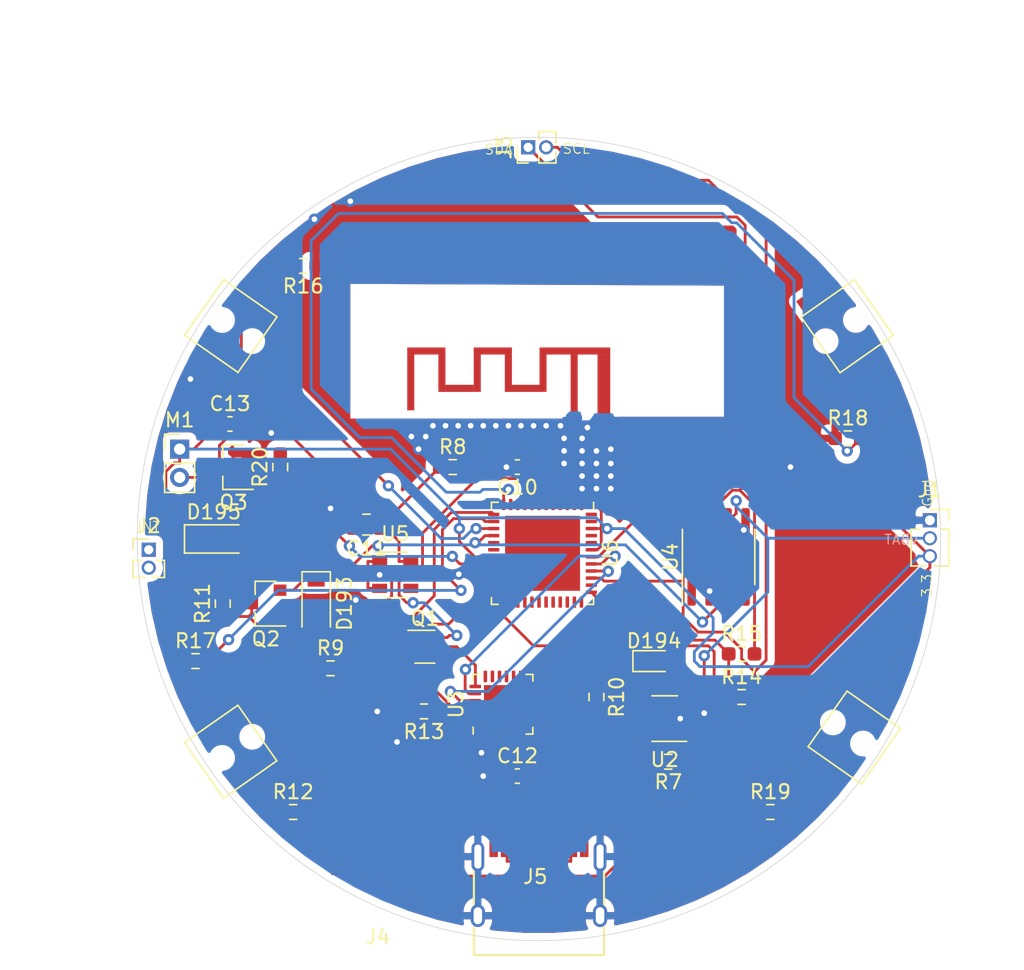
<source format=kicad_pcb>
(kicad_pcb (version 20171130) (host pcbnew "(5.1.9)-1")
  (layers (0 F.Cu signal) (31 B.Cu signal) (34 B.Paste user) (35 F.Paste user) (36 B.SilkS user) (37 F.SilkS user) (38 B.Mask user) (39 F.Mask user) (44 Edge.Cuts user))
  (net 0 "")
  (net 1 GND)
  (net 2 +3V3)
  (net 3 +BATT)
  (net 4 "Net-(AE1-Pad1)")
  (net 5 EN)
  (net 6 VBUS)
  (net 7 "Net-(C13-Pad2)")
  (net 8 "Net-(D193-Pad1)")
  (net 9 "Net-(D194-Pad1)")
  (net 10 SCL)
  (net 11 SDA)
  (net 12 /D+)
  (net 13 RTS)
  (net 14 GPIO0)
  (net 15 DTR)
  (net 16 "Net-(Q3-Pad1)")
  (net 17 "Net-(R7-Pad2)")
  (net 18 "Net-(R10-Pad2)")
  (net 19 RTC_INT)
  (net 20 ADC)
  (net 21 BTN_1)
  (net 22 BTN_2)
  (net 23 BTN_3)
  (net 24 BTN_4)
  (net 25 VIB_PWM)
  (net 26 "Net-(U3-Pad5)")
  (net 27 TX)
  (net 28 RX)
  (module Connector_PinHeader_1.27mm:PinHeader_1x02_P1.27mm_Vertical (layer F.Cu) (at -14.8844 13.462)
    (fp_text reference J2 (at 0 -1.695) (layer F.SilkS))
    (fp_text value INTcn)
    (pad 1 thru_hole rect (at 0 0) (size 1 1) (drill 0.65) (layers *.Cu *.Mask))
    (pad 2 thru_hole oval (at 0 1.27) (size 1 1) (drill 0.65) (layers *.Cu *.Mask))
  )
  (module morphwatch:SWRA117D (layer F.Cu) (at 0.7192 4.064)
    (fp_text reference AE1 hide)
    (fp_text value SWRA117D hide)
    (fp_poly (pts (xy 3.17 -4.4) (xy 3.17 -0.46) (xy 2.67 -0.46) (xy 2.67 -4.4) (xy 3.17 -4.4)) (layer F.Cu) (width 0))
    (fp_poly (pts (xy 5.37 -4.9) (xy 5.37 -4.4) (xy 2.67 -4.4) (xy 2.67 -4.9) (xy 5.37 -4.9)) (layer F.Cu) (width 0))
    (fp_poly (pts (xy 5.37 -4.4) (xy 5.37 -1.76) (xy 4.87 -1.76) (xy 4.87 -4.4) (xy 5.37 -4.4)) (layer F.Cu) (width 0))
    (fp_poly (pts (xy 7.37 -2.26) (xy 7.37 -1.76) (xy 5.37 -1.76) (xy 5.37 -2.26) (xy 7.37 -2.26)) (layer F.Cu) (width 0))
    (fp_poly (pts (xy 7.87 -4.4) (xy 7.87 -1.76) (xy 7.37 -1.76) (xy 7.37 -4.4) (xy 7.87 -4.4)) (layer F.Cu) (width 0))
    (fp_poly (pts (xy 10.07 -4.9) (xy 10.07 -4.4) (xy 7.37 -4.4) (xy 7.37 -4.9) (xy 10.07 -4.9)) (layer F.Cu) (width 0))
    (fp_poly (pts (xy 10.07 -4.4) (xy 10.07 -1.76) (xy 9.57 -1.76) (xy 9.57 -4.4) (xy 10.07 -4.4)) (layer F.Cu) (width 0))
    (fp_poly (pts (xy 12.02 -2.26) (xy 12.02 -1.76) (xy 10.02 -1.76) (xy 10.02 -2.26) (xy 12.02 -2.26)) (layer F.Cu) (width 0))
    (fp_poly (pts (xy 12.52 -4.4) (xy 12.52 -1.76) (xy 12.02 -1.76) (xy 12.02 -4.4) (xy 12.52 -4.4)) (layer F.Cu) (width 0))
    (fp_poly (pts (xy 17.02 -4.9) (xy 17.02 -4.4) (xy 12.02 -4.4) (xy 12.02 -4.9) (xy 17.02 -4.9)) (layer F.Cu) (width 0))
    (fp_poly (pts (xy 17.02 -4.4) (xy 17.02 0.5) (xy 16.12 0.5) (xy 16.12 -4.4) (xy 17.02 -4.4)) (layer F.Cu) (width 0))
    (fp_poly (pts (xy 14.72 -4.4) (xy 14.72 0.5) (xy 14.22 0.5) (xy 14.22 -4.4) (xy 14.72 -4.4)) (layer F.Cu) (width 0))
    (pad 2 smd rect (at 16.57 0.25) (size 0.9 0.5) (layers F.Cu F.Paste F.Mask) (net 1 GND))
    (pad 1 smd rect (at 14.47 0.25) (size 0.5 0.5) (layers F.Cu F.Paste F.Mask) (net 4 "Net-(AE1-Pad1)"))
  )
  (module Capacitor_SMD:C_0603_1608Metric (layer F.Cu) (at 11.176 7.62 180)
    (fp_text reference C10 (at 0 -1.43) (layer F.SilkS))
    (fp_text value 100nF)
    (pad 1 smd roundrect (at -0.775 0 180) (size 0.9 0.95) (layers F.Cu F.Paste F.Mask) (net 5 EN))
    (pad 2 smd roundrect (at 0.775 0 180) (size 0.9 0.95) (layers F.Cu F.Paste F.Mask) (net 1 GND))
  )
  (module Capacitor_SMD:C_0805_2012Metric (layer F.Cu) (at 0.508 11.684 180)
    (fp_text reference C11 (at 0 -1.68) (layer F.SilkS))
    (fp_text value 4.7uF/50V)
    (pad 1 smd roundrect (at -0.95 0 180) (size 1 1.45) (layers F.Cu F.Paste F.Mask) (net 2 +3V3))
    (pad 2 smd roundrect (at 0.95 0 180) (size 1 1.45) (layers F.Cu F.Paste F.Mask) (net 1 GND))
  )
  (module Capacitor_SMD:C_0603_1608Metric (layer F.Cu) (at 11.176 29.464)
    (fp_text reference C12 (at 0 -1.43) (layer F.SilkS))
    (fp_text value 100nF)
    (pad 1 smd roundrect (at -0.775 0) (size 0.9 0.95) (layers F.Cu F.Paste F.Mask) (net 1 GND))
    (pad 2 smd roundrect (at 0.775 0) (size 0.9 0.95) (layers F.Cu F.Paste F.Mask) (net 6 VBUS))
  )
  (module Capacitor_SMD:C_0603_1608Metric (layer F.Cu) (at -9.144 4.572)
    (fp_text reference C13 (at 0 -1.43) (layer F.SilkS))
    (fp_text value 100nF)
    (pad 2 smd roundrect (at 0.775 0) (size 0.9 0.95) (layers F.Cu F.Paste F.Mask) (net 7 "Net-(C13-Pad2)"))
    (pad 1 smd roundrect (at -0.775 0) (size 0.9 0.95) (layers F.Cu F.Paste F.Mask) (net 2 +3V3))
  )
  (module Diode_SMD:D_SOD-123 (layer F.Cu) (at -3.048 17.272 270)
    (fp_text reference D193 (at 0 -2 90) (layer F.SilkS))
    (fp_text value MBR0530)
    (pad 1 smd rect (at -1.65 0 270) (size 0.9 1.2) (layers F.Cu F.Paste F.Mask) (net 8 "Net-(D193-Pad1)"))
    (pad 2 smd rect (at 1.65 0 270) (size 0.9 1.2) (layers F.Cu F.Paste F.Mask) (net 6 VBUS))
  )
  (module Diode_SMD:D_0603_1608Metric (layer F.Cu) (at 20.828 21.336)
    (fp_text reference D194 (at 0 -1.43) (layer F.SilkS))
    (fp_text value LED)
    (pad 1 smd roundrect (at -0.7875 0) (size 0.875 0.95) (layers F.Cu F.Paste F.Mask) (net 9 "Net-(D194-Pad1)"))
    (pad 2 smd roundrect (at 0.7875 0) (size 0.875 0.95) (layers F.Cu F.Paste F.Mask) (net 6 VBUS))
  )
  (module Diode_SMD:D_SOD-123F (layer F.Cu) (at -10.16 12.7)
    (fp_text reference D195 (at -0.127 -1.905) (layer F.SilkS))
    (fp_text value 1N4001)
    (pad 1 smd rect (at -1.4 0) (size 1.1 1.1) (layers F.Cu F.Paste F.Mask) (net 2 +3V3))
    (pad 2 smd rect (at 1.4 0) (size 1.1 1.1) (layers F.Cu F.Paste F.Mask) (net 7 "Net-(C13-Pad2)"))
  )
  (module Connector_PinSocket_1.27mm:PinSocket_1x03_P1.27mm_Vertical (layer F.Cu) (at 40.3352 11.3792)
    (fp_text reference J1 (at 0 -2.135) (layer F.SilkS))
    (fp_text value PwrCon)
    (pad 1 thru_hole rect (at 0 0) (size 1 1) (drill 0.7) (layers *.Cu *.Mask) (net 1 GND))
    (pad 2 thru_hole oval (at 0 1.27) (size 1 1) (drill 0.7) (layers *.Cu *.Mask) (net 3 +BATT))
    (pad 3 thru_hole oval (at 0 2.54) (size 1 1) (drill 0.7) (layers *.Cu *.Mask) (net 2 +3V3))
  )
  (module Connector_PinHeader_1.27mm:PinHeader_1x02_P1.27mm_Vertical (layer F.Cu) (at 11.938 -14.986 90)
    (fp_text reference J3 (at 0 -1.695 90) (layer F.SilkS))
    (fp_text value I2Ccn)
    (pad 2 thru_hole oval (at 0 1.27 90) (size 1 1) (drill 0.65) (layers *.Cu *.Mask) (net 10 SCL))
    (pad 1 thru_hole rect (at 0 0 90) (size 1 1) (drill 0.65) (layers *.Cu *.Mask) (net 11 SDA))
  )
  (module "27sharp:1.25T-2PWT (Molex 532610271)" (layer F.Cu) (at 2.413 34.494)
    (fp_text reference J4 (at -1.09 6.34) (layer F.SilkS))
    (fp_text value Battery)
    (pad "" smd rect (at -3.157 0.05) (size 2.1 2.9) (layers F.Cu F.Paste F.Mask))
    (pad "" smd rect (at 3.175 0.05) (size 2.1 2.9) (layers F.Cu F.Paste F.Mask))
    (pad 2 smd rect (at 0.625 2.9) (size 0.5 1.6) (layers F.Cu F.Paste F.Mask) (net 1 GND))
    (pad 1 smd rect (at -0.625 2.9) (size 0.5 1.6) (layers F.Cu F.Paste F.Mask) (net 3 +BATT))
  )
  (module 27sharp:GT-USB-7010 (layer F.Cu) (at 12.7 37.465)
    (fp_text reference J5 (at -0.254 -0.889) (layer F.SilkS))
    (fp_text value USB_C_Receptacle hide)
    (pad S1 thru_hole oval (at -4.32 1.87) (size 1 1.6) (drill oval 0.6 1.2) (layers *.Cu *.Mask) (net 1 GND))
    (pad S1 thru_hole oval (at 4.32 1.87) (size 1 1.6) (drill oval 0.6 1.2) (layers *.Cu *.Mask) (net 1 GND))
    (pad S1 thru_hole oval (at -4.32 -2.31) (size 0.9 2.1) (drill oval 0.5 1.7) (layers *.Cu *.Mask) (net 1 GND))
    (pad S1 thru_hole oval (at 4.32 -2.31) (size 0.9 2.1) (drill oval 0.5 1.7) (layers *.Cu *.Mask) (net 1 GND))
    (pad "" np_thru_hole circle (at -2.89 -1.81) (size 0.65 0.65) (drill 0.65) (layers *.Cu *.Mask))
    (pad "" np_thru_hole circle (at 2.89 -1.81) (size 0.65 0.65) (drill 0.65) (layers *.Cu *.Mask))
    (pad A7 smd rect (at 0.25 -3.15) (size 0.3 1.75) (layers F.Cu F.Paste F.Mask))
    (pad B6 smd rect (at 0.75 -3.15) (size 0.3 1.75) (layers F.Cu F.Paste F.Mask) (net 12 /D+))
    (pad A8 smd rect (at 1.25 -3.15) (size 0.3 1.75) (layers F.Cu F.Paste F.Mask))
    (pad B5 smd rect (at 1.75 -3.15) (size 0.3 1.75) (layers F.Cu F.Paste F.Mask))
    (pad B7 smd rect (at -0.75 -3.15) (size 0.3 1.75) (layers F.Cu F.Paste F.Mask))
    (pad B8 smd rect (at -1.75 -3.15) (size 0.3 1.75) (layers F.Cu F.Paste F.Mask))
    (pad A5 smd rect (at -1.25 -3.15) (size 0.3 1.75) (layers F.Cu F.Paste F.Mask))
    (pad A6 smd rect (at -0.25 -3.15) (size 0.3 1.75) (layers F.Cu F.Paste F.Mask) (net 12 /D+))
    (pad A1 smd rect (at -3.35 -3.15) (size 0.3 1.75) (layers F.Cu F.Paste F.Mask) (net 1 GND))
    (pad B12 smd rect (at -3.05 -3.15) (size 0.3 1.75) (layers F.Cu F.Paste F.Mask) (net 1 GND))
    (pad A4 smd rect (at -2.55 -3.15) (size 0.3 1.75) (layers F.Cu F.Paste F.Mask) (net 6 VBUS))
    (pad B9 smd rect (at -2.25 -3.15) (size 0.3 1.75) (layers F.Cu F.Paste F.Mask) (net 6 VBUS))
    (pad A9 smd rect (at 2.55 -3.15) (size 0.3 1.75) (layers F.Cu F.Paste F.Mask) (net 6 VBUS))
    (pad B4 smd rect (at 2.25 -3.15) (size 0.3 1.75) (layers F.Cu F.Paste F.Mask) (net 6 VBUS))
    (pad B1 smd rect (at 3.05 -3.15) (size 0.3 1.75) (layers F.Cu F.Paste F.Mask) (net 1 GND))
    (pad A12 smd rect (at 3.35 -3.15) (size 0.3 1.75) (layers F.Cu F.Paste F.Mask) (net 1 GND))
  )
  (module Connector_PinHeader_2.00mm:PinHeader_1x02_P2.00mm_Vertical (layer F.Cu) (at -12.7 6.35)
    (fp_text reference M1 (at 0 -2.06) (layer F.SilkS))
    (fp_text value Vibration_Motor)
    (pad 1 thru_hole rect (at 0 0) (size 1.35 1.35) (drill 0.8) (layers *.Cu *.Mask) (net 2 +3V3))
    (pad 2 thru_hole oval (at 0 2) (size 1.35 1.35) (drill 0.8) (layers *.Cu *.Mask) (net 7 "Net-(C13-Pad2)"))
  )
  (module Package_TO_SOT_SMD:SOT-363_SC-70-6 (layer F.Cu) (at 4.638 20.32)
    (fp_text reference Q1 (at 0 -2) (layer F.SilkS))
    (fp_text value UMH3N)
    (pad 1 smd rect (at -0.95 -0.65) (size 0.65 0.4) (layers F.Cu F.Paste F.Mask) (net 13 RTS))
    (pad 3 smd rect (at -0.95 0.65) (size 0.65 0.4) (layers F.Cu F.Paste F.Mask) (net 14 GPIO0))
    (pad 5 smd rect (at 0.95 0) (size 0.65 0.4) (layers F.Cu F.Paste F.Mask) (net 13 RTS))
    (pad 2 smd rect (at -0.95 0) (size 0.65 0.4) (layers F.Cu F.Paste F.Mask) (net 15 DTR))
    (pad 4 smd rect (at 0.95 0.65) (size 0.65 0.4) (layers F.Cu F.Paste F.Mask) (net 15 DTR))
    (pad 6 smd rect (at 0.95 -0.65) (size 0.65 0.4) (layers F.Cu F.Paste F.Mask) (net 5 EN))
  )
  (module Package_TO_SOT_SMD:SOT-23 (layer F.Cu) (at -6.604 17.272 180)
    (fp_text reference Q2 (at 0 -2.5) (layer F.SilkS))
    (fp_text value CJ2301)
    (pad 3 smd rect (at 1 0 180) (size 0.9 0.8) (layers F.Cu F.Paste F.Mask) (net 3 +BATT))
    (pad 2 smd rect (at -1 0.95 180) (size 0.9 0.8) (layers F.Cu F.Paste F.Mask) (net 8 "Net-(D193-Pad1)"))
    (pad 1 smd rect (at -1 -0.95 180) (size 0.9 0.8) (layers F.Cu F.Paste F.Mask) (net 6 VBUS))
  )
  (module Package_TO_SOT_SMD:SOT-23 (layer F.Cu) (at -8.89 7.62 180)
    (fp_text reference Q3 (at 0 -2.5) (layer F.SilkS))
    (fp_text value S8050)
    (pad 1 smd rect (at -1 -0.95 180) (size 0.9 0.8) (layers F.Cu F.Paste F.Mask) (net 16 "Net-(Q3-Pad1)"))
    (pad 2 smd rect (at -1 0.95 180) (size 0.9 0.8) (layers F.Cu F.Paste F.Mask) (net 1 GND))
    (pad 3 smd rect (at 1 0 180) (size 0.9 0.8) (layers F.Cu F.Paste F.Mask) (net 7 "Net-(C13-Pad2)"))
  )
  (module Resistor_SMD:R_0603_1608Metric_Pad0.98x0.95mm_HandSolder (layer F.Cu) (at 21.844 28.448 180)
    (fp_text reference R7 (at 0 -1.43) (layer F.SilkS))
    (fp_text value 10K)
    (pad 1 smd roundrect (at -0.9125 0 180) (size 0.975 0.95) (layers F.Cu F.Paste F.Mask) (net 1 GND))
    (pad 2 smd roundrect (at 0.9125 0 180) (size 0.975 0.95) (layers F.Cu F.Paste F.Mask) (net 17 "Net-(R7-Pad2)"))
  )
  (module Resistor_SMD:R_0603_1608Metric_Pad0.98x0.95mm_HandSolder (layer F.Cu) (at 6.604 7.62)
    (fp_text reference R8 (at 0 -1.43) (layer F.SilkS))
    (fp_text value 10K)
    (pad 1 smd roundrect (at -0.9125 0) (size 0.975 0.95) (layers F.Cu F.Paste F.Mask) (net 2 +3V3))
    (pad 2 smd roundrect (at 0.9125 0) (size 0.975 0.95) (layers F.Cu F.Paste F.Mask) (net 5 EN))
  )
  (module Resistor_SMD:R_0603_1608Metric_Pad0.98x0.95mm_HandSolder (layer F.Cu) (at -2.032 21.844)
    (fp_text reference R9 (at 0 -1.43) (layer F.SilkS))
    (fp_text value 10K)
    (pad 1 smd roundrect (at -0.9125 0) (size 0.975 0.95) (layers F.Cu F.Paste F.Mask) (net 6 VBUS))
    (pad 2 smd roundrect (at 0.9125 0) (size 0.975 0.95) (layers F.Cu F.Paste F.Mask) (net 1 GND))
  )
  (module Resistor_SMD:R_0603_1608Metric_Pad0.98x0.95mm_HandSolder (layer F.Cu) (at 16.764 23.876 270)
    (fp_text reference R10 (at 0 -1.43 90) (layer F.SilkS))
    (fp_text value 1K)
    (pad 2 smd roundrect (at 0.9125 0 270) (size 0.975 0.95) (layers F.Cu F.Paste F.Mask) (net 18 "Net-(R10-Pad2)"))
    (pad 1 smd roundrect (at -0.9125 0 270) (size 0.975 0.95) (layers F.Cu F.Paste F.Mask) (net 9 "Net-(D194-Pad1)"))
  )
  (module Resistor_SMD:R_0603_1608Metric_Pad0.98x0.95mm_HandSolder (layer F.Cu) (at -9.652 17.272 90)
    (fp_text reference R11 (at 0 -1.43 90) (layer F.SilkS))
    (fp_text value 10K)
    (pad 2 smd roundrect (at 0.9125 0 90) (size 0.975 0.95) (layers F.Cu F.Paste F.Mask) (net 19 RTC_INT))
    (pad 1 smd roundrect (at -0.9125 0 90) (size 0.975 0.95) (layers F.Cu F.Paste F.Mask) (net 3 +BATT))
  )
  (module Resistor_SMD:R_0603_1608Metric_Pad0.98x0.95mm_HandSolder (layer F.Cu) (at -4.6755 32.004)
    (fp_text reference R12 (at 0 -1.43) (layer F.SilkS))
    (fp_text value 100K)
    (pad 2 smd roundrect (at 0.9125 0) (size 0.975 0.95) (layers F.Cu F.Paste F.Mask) (net 20 ADC))
    (pad 1 smd roundrect (at -0.9125 0) (size 0.975 0.95) (layers F.Cu F.Paste F.Mask) (net 3 +BATT))
  )
  (module Resistor_SMD:R_0603_1608Metric_Pad0.98x0.95mm_HandSolder (layer F.Cu) (at 4.572 24.892 180)
    (fp_text reference R13 (at 0 -1.43) (layer F.SilkS))
    (fp_text value 100K)
    (pad 2 smd roundrect (at 0.9125 0 180) (size 0.975 0.95) (layers F.Cu F.Paste F.Mask) (net 1 GND))
    (pad 1 smd roundrect (at -0.9125 0 180) (size 0.975 0.95) (layers F.Cu F.Paste F.Mask) (net 20 ADC))
  )
  (module Resistor_SMD:R_0603_1608Metric_Pad0.98x0.95mm_HandSolder (layer F.Cu) (at 27.0275 23.876)
    (fp_text reference R14 (at 0 -1.43) (layer F.SilkS))
    (fp_text value 4.7K)
    (pad 1 smd roundrect (at -0.9125 0) (size 0.975 0.95) (layers F.Cu F.Paste F.Mask) (net 2 +3V3))
    (pad 2 smd roundrect (at 0.9125 0) (size 0.975 0.95) (layers F.Cu F.Paste F.Mask) (net 10 SCL))
  )
  (module Resistor_SMD:R_0603_1608Metric_Pad0.98x0.95mm_HandSolder (layer F.Cu) (at 27.0275 20.828)
    (fp_text reference R15 (at 0 -1.43) (layer F.SilkS))
    (fp_text value 4.7K)
    (pad 2 smd roundrect (at 0.9125 0) (size 0.975 0.95) (layers F.Cu F.Paste F.Mask) (net 11 SDA))
    (pad 1 smd roundrect (at -0.9125 0) (size 0.975 0.95) (layers F.Cu F.Paste F.Mask) (net 2 +3V3))
  )
  (module Resistor_SMD:R_0603_1608Metric_Pad0.98x0.95mm_HandSolder (layer F.Cu) (at -3.9605 -6.604 180)
    (fp_text reference R16 (at 0 -1.43) (layer F.SilkS))
    (fp_text value 10K)
    (pad 1 smd roundrect (at -0.9125 0 180) (size 0.975 0.95) (layers F.Cu F.Paste F.Mask) (net 1 GND))
    (pad 2 smd roundrect (at 0.9125 0 180) (size 0.975 0.95) (layers F.Cu F.Paste F.Mask) (net 21 BTN_1))
  )
  (module Resistor_SMD:R_0603_1608Metric_Pad0.98x0.95mm_HandSolder (layer F.Cu) (at -11.5805 21.336)
    (fp_text reference R17 (at 0 -1.43) (layer F.SilkS))
    (fp_text value 10K)
    (pad 2 smd roundrect (at 0.9125 0) (size 0.975 0.95) (layers F.Cu F.Paste F.Mask) (net 22 BTN_2))
    (pad 1 smd roundrect (at -0.9125 0) (size 0.975 0.95) (layers F.Cu F.Paste F.Mask) (net 1 GND))
  )
  (module Resistor_SMD:R_0603_1608Metric_Pad0.98x0.95mm_HandSolder (layer F.Cu) (at 34.544 5.588)
    (fp_text reference R18 (at 0 -1.43) (layer F.SilkS))
    (fp_text value 10K)
    (pad 1 smd roundrect (at -0.9125 0) (size 0.975 0.95) (layers F.Cu F.Paste F.Mask) (net 1 GND))
    (pad 2 smd roundrect (at 0.9125 0) (size 0.975 0.95) (layers F.Cu F.Paste F.Mask) (net 23 BTN_3))
  )
  (module Resistor_SMD:R_0603_1608Metric_Pad0.98x0.95mm_HandSolder (layer F.Cu) (at 29.0595 32.004)
    (fp_text reference R19 (at 0 -1.43) (layer F.SilkS))
    (fp_text value 10K)
    (pad 2 smd roundrect (at 0.9125 0) (size 0.975 0.95) (layers F.Cu F.Paste F.Mask) (net 24 BTN_4))
    (pad 1 smd roundrect (at -0.9125 0) (size 0.975 0.95) (layers F.Cu F.Paste F.Mask) (net 1 GND))
  )
  (module Resistor_SMD:R_0603_1608Metric_Pad0.98x0.95mm_HandSolder (layer F.Cu) (at -5.588 7.62 90)
    (fp_text reference R20 (at 0 -1.43 90) (layer F.SilkS))
    (fp_text value 1K)
    (pad 1 smd roundrect (at -0.9125 0 90) (size 0.975 0.95) (layers F.Cu F.Paste F.Mask) (net 16 "Net-(Q3-Pad1)"))
    (pad 2 smd roundrect (at 0.9125 0 90) (size 0.975 0.95) (layers F.Cu F.Paste F.Mask) (net 25 VIB_PWM))
  )
  (module morphwatch:K2-1114SA-A4SW-06 (layer F.Cu) (at -8.636 -2.032 55)
    (fp_text reference SW1 hide)
    (fp_text value BTN)
    (pad "" smd rect (at -2.8 -0.8 55) (size 1.4 1) (layers F.Cu F.Paste F.Mask))
    (pad 1 smd rect (at 2.8 -0.8 55) (size 1.4 1) (layers F.Cu F.Paste F.Mask) (net 2 +3V3))
    (pad "" smd rect (at -2.8 0.9 55) (size 1.4 1) (layers F.Cu F.Paste F.Mask))
    (pad 2 smd rect (at 2.8 0.9 55) (size 1.4 1) (layers F.Cu F.Paste F.Mask) (net 21 BTN_1))
    (pad "" np_thru_hole circle (at 0 -1.3 55) (size 0.8 0.8) (drill 0.8) (layers *.Cu *.Mask))
    (pad "" np_thru_hole circle (at 0 1.3 55) (size 0.8 0.8) (drill 0.8) (layers *.Cu *.Mask))
  )
  (module morphwatch:K2-1114SA-A4SW-06 (layer F.Cu) (at -8.636 27.432 125)
    (fp_text reference SW2 hide)
    (fp_text value BTN)
    (pad "" np_thru_hole circle (at 0 1.3 125) (size 0.8 0.8) (drill 0.8) (layers *.Cu *.Mask))
    (pad "" np_thru_hole circle (at 0 -1.3 125) (size 0.8 0.8) (drill 0.8) (layers *.Cu *.Mask))
    (pad 2 smd rect (at 2.8 0.9 125) (size 1.4 1) (layers F.Cu F.Paste F.Mask) (net 22 BTN_2))
    (pad "" smd rect (at -2.8 0.9 125) (size 1.4 1) (layers F.Cu F.Paste F.Mask))
    (pad 1 smd rect (at 2.8 -0.8 125) (size 1.4 1) (layers F.Cu F.Paste F.Mask) (net 2 +3V3))
    (pad "" smd rect (at -2.8 -0.8 125) (size 1.4 1) (layers F.Cu F.Paste F.Mask))
  )
  (module morphwatch:K2-1114SA-A4SW-06 (layer F.Cu) (at 34.036 -2.032 305)
    (fp_text reference SW3 hide)
    (fp_text value BTN)
    (pad "" smd rect (at -2.8 -0.8 305) (size 1.4 1) (layers F.Cu F.Paste F.Mask))
    (pad 1 smd rect (at 2.8 -0.8 305) (size 1.4 1) (layers F.Cu F.Paste F.Mask) (net 2 +3V3))
    (pad "" smd rect (at -2.8 0.9 305) (size 1.4 1) (layers F.Cu F.Paste F.Mask))
    (pad 2 smd rect (at 2.8 0.9 305) (size 1.4 1) (layers F.Cu F.Paste F.Mask) (net 23 BTN_3))
    (pad "" np_thru_hole circle (at 0 -1.3 305) (size 0.8 0.8) (drill 0.8) (layers *.Cu *.Mask))
    (pad "" np_thru_hole circle (at 0 1.3 305) (size 0.8 0.8) (drill 0.8) (layers *.Cu *.Mask))
  )
  (module morphwatch:K2-1114SA-A4SW-06 (layer F.Cu) (at 34.544 26.416 235)
    (fp_text reference SW4 hide)
    (fp_text value BTN)
    (pad "" np_thru_hole circle (at 0 1.3 235) (size 0.8 0.8) (drill 0.8) (layers *.Cu *.Mask))
    (pad "" np_thru_hole circle (at 0 -1.3 235) (size 0.8 0.8) (drill 0.8) (layers *.Cu *.Mask))
    (pad 2 smd rect (at 2.8 0.9 235) (size 1.4 1) (layers F.Cu F.Paste F.Mask) (net 24 BTN_4))
    (pad "" smd rect (at -2.8 0.9 235) (size 1.4 1) (layers F.Cu F.Paste F.Mask))
    (pad 1 smd rect (at 2.8 -0.8 235) (size 1.4 1) (layers F.Cu F.Paste F.Mask) (net 2 +3V3))
    (pad "" smd rect (at -2.8 -0.8 235) (size 1.4 1) (layers F.Cu F.Paste F.Mask))
  )
  (module Package_TO_SOT_SMD:SOT-23-5 (layer F.Cu) (at 21.59 25.4 180)
    (fp_text reference U2 (at 0 -2.9) (layer F.SilkS))
    (fp_text value TP4054)
    (pad 1 smd rect (at -1.1 -0.95 180) (size 1.06 0.65) (layers F.Cu F.Paste F.Mask) (net 18 "Net-(R10-Pad2)"))
    (pad 2 smd rect (at -1.1 0 180) (size 1.06 0.65) (layers F.Cu F.Paste F.Mask) (net 1 GND))
    (pad 3 smd rect (at -1.1 0.95 180) (size 1.06 0.65) (layers F.Cu F.Paste F.Mask) (net 3 +BATT))
    (pad 4 smd rect (at 1.1 0.95 180) (size 1.06 0.65) (layers F.Cu F.Paste F.Mask) (net 6 VBUS))
    (pad 5 smd rect (at 1.1 -0.95 180) (size 1.06 0.65) (layers F.Cu F.Paste F.Mask) (net 17 "Net-(R7-Pad2)"))
  )
  (module Package_DFN_QFN:QFN-24-1EP_4x4mm_P0.5mm_EP2.7x2.7mm (layer F.Cu) (at 10.16 24.384 90)
    (fp_text reference U3 (at 0 -3.32 90) (layer F.SilkS))
    (fp_text value CP2104)
    (pad 1 smd roundrect (at -1.9625 -1.25 90) (size 0.825 0.25) (layers F.Cu F.Paste F.Mask))
    (pad 2 smd roundrect (at -1.9625 -0.75 90) (size 0.825 0.25) (layers F.Cu F.Paste F.Mask) (net 1 GND))
    (pad 3 smd roundrect (at -1.9625 -0.25 90) (size 0.825 0.25) (layers F.Cu F.Paste F.Mask) (net 12 /D+))
    (pad 4 smd roundrect (at -1.9625 0.25 90) (size 0.825 0.25) (layers F.Cu F.Paste F.Mask))
    (pad 5 smd roundrect (at -1.9625 0.75 90) (size 0.825 0.25) (layers F.Cu F.Paste F.Mask) (net 26 "Net-(U3-Pad5)"))
    (pad 6 smd roundrect (at -1.9625 1.25 90) (size 0.825 0.25) (layers F.Cu F.Paste F.Mask) (net 26 "Net-(U3-Pad5)"))
    (pad 7 smd roundrect (at -1.25 1.9625 90) (size 0.25 0.825) (layers F.Cu F.Paste F.Mask) (net 6 VBUS))
    (pad 8 smd roundrect (at -0.75 1.9625 90) (size 0.25 0.825) (layers F.Cu F.Paste F.Mask) (net 6 VBUS))
    (pad 9 smd roundrect (at -0.25 1.9625 90) (size 0.25 0.825) (layers F.Cu F.Paste F.Mask))
    (pad 10 smd roundrect (at 0.25 1.9625 90) (size 0.25 0.825) (layers F.Cu F.Paste F.Mask))
    (pad 11 smd roundrect (at 0.75 1.9625 90) (size 0.25 0.825) (layers F.Cu F.Paste F.Mask))
    (pad 12 smd roundrect (at 1.25 1.9625 90) (size 0.25 0.825) (layers F.Cu F.Paste F.Mask))
    (pad 13 smd roundrect (at 1.9625 1.25 90) (size 0.825 0.25) (layers F.Cu F.Paste F.Mask))
    (pad 14 smd roundrect (at 1.9625 0.75 90) (size 0.825 0.25) (layers F.Cu F.Paste F.Mask))
    (pad 15 smd roundrect (at 1.9625 0.25 90) (size 0.825 0.25) (layers F.Cu F.Paste F.Mask))
    (pad 16 smd roundrect (at 1.9625 -0.25 90) (size 0.825 0.25) (layers F.Cu F.Paste F.Mask))
    (pad 17 smd roundrect (at 1.9625 -0.75 90) (size 0.825 0.25) (layers F.Cu F.Paste F.Mask))
    (pad 18 smd roundrect (at 1.9625 -1.25 90) (size 0.825 0.25) (layers F.Cu F.Paste F.Mask))
    (pad 19 smd roundrect (at 1.25 -1.9625 90) (size 0.25 0.825) (layers F.Cu F.Paste F.Mask) (net 13 RTS))
    (pad 20 smd roundrect (at 0.75 -1.9625 90) (size 0.25 0.825) (layers F.Cu F.Paste F.Mask) (net 27 TX))
    (pad 21 smd roundrect (at 0.25 -1.9625 90) (size 0.25 0.825) (layers F.Cu F.Paste F.Mask) (net 28 RX))
    (pad 22 smd roundrect (at -0.25 -1.9625 90) (size 0.25 0.825) (layers F.Cu F.Paste F.Mask))
    (pad 23 smd roundrect (at -0.75 -1.9625 90) (size 0.25 0.825) (layers F.Cu F.Paste F.Mask) (net 15 DTR))
    (pad 24 smd roundrect (at -1.25 -1.9625 90) (size 0.25 0.825) (layers F.Cu F.Paste F.Mask))
    (pad 25 smd rect (at 0 0 90) (size 2.7 2.7) (layers F.Cu F.Mask))
  )
  (module Package_SO:SOIC-8-1EP_3.9x4.9mm_P1.27mm_EP2.41x3.3mm (layer F.Cu) (at 25.4 13.97 90)
    (fp_text reference U4 (at 0 -3.4 90) (layer F.SilkS))
    (fp_text value DS3231MZ)
    (pad 1 smd roundrect (at -2.475 -1.905 90) (size 1.95 0.6) (layers F.Cu F.Paste F.Mask))
    (pad 2 smd roundrect (at -2.475 -0.635 90) (size 1.95 0.6) (layers F.Cu F.Paste F.Mask) (net 1 GND))
    (pad 3 smd roundrect (at -2.475 0.635 90) (size 1.95 0.6) (layers F.Cu F.Paste F.Mask) (net 19 RTC_INT))
    (pad 4 smd roundrect (at -2.475 1.905 90) (size 1.95 0.6) (layers F.Cu F.Paste F.Mask))
    (pad 5 smd roundrect (at 2.475 1.905 90) (size 1.95 0.6) (layers F.Cu F.Paste F.Mask) (net 1 GND))
    (pad 6 smd roundrect (at 2.475 0.635 90) (size 1.95 0.6) (layers F.Cu F.Paste F.Mask) (net 3 +BATT))
    (pad 7 smd roundrect (at 2.475 -0.635 90) (size 1.95 0.6) (layers F.Cu F.Paste F.Mask) (net 11 SDA))
    (pad 8 smd roundrect (at 2.475 -1.905 90) (size 1.95 0.6) (layers F.Cu F.Paste F.Mask) (net 10 SCL))
    (pad 9 smd rect (at 0 0 90) (size 2.41 3.3) (layers F.Cu F.Mask))
  )
  (module Package_TO_SOT_SMD:SOT-23-5 (layer F.Cu) (at 2.54 15.24)
    (fp_text reference U5 (at 0 -2.9) (layer F.SilkS))
    (fp_text value ME6211C33M5G-N)
    (pad 5 smd rect (at 1.1 -0.95) (size 1.06 0.65) (layers F.Cu F.Paste F.Mask) (net 2 +3V3))
    (pad 4 smd rect (at 1.1 0.95) (size 1.06 0.65) (layers F.Cu F.Paste F.Mask))
    (pad 3 smd rect (at -1.1 0.95) (size 1.06 0.65) (layers F.Cu F.Paste F.Mask) (net 8 "Net-(D193-Pad1)"))
    (pad 2 smd rect (at -1.1 0) (size 1.06 0.65) (layers F.Cu F.Paste F.Mask) (net 1 GND))
    (pad 1 smd rect (at -1.1 -0.95) (size 1.06 0.65) (layers F.Cu F.Paste F.Mask) (net 8 "Net-(D193-Pad1)"))
  )
  (module Package_DFN_QFN:QFN-48-1EP_7x7mm_P0.5mm_EP5.3x5.3mm (layer F.Cu) (at 12.954 13.716 270)
    (fp_text reference U6 (at 0 -4.8 90) (layer F.SilkS))
    (fp_text value ESP32-PICO-D4)
    (pad 1 smd roundrect (at -3.45 -2.75 270) (size 0.8 0.25) (layers F.Cu F.Paste F.Mask) (net 2 +3V3))
    (pad 2 smd roundrect (at -3.45 -2.25 270) (size 0.8 0.25) (layers F.Cu F.Paste F.Mask) (net 4 "Net-(AE1-Pad1)"))
    (pad 3 smd roundrect (at -3.45 -1.75 270) (size 0.8 0.25) (layers F.Cu F.Paste F.Mask) (net 2 +3V3))
    (pad 4 smd roundrect (at -3.45 -1.25 270) (size 0.8 0.25) (layers F.Cu F.Paste F.Mask) (net 2 +3V3))
    (pad 5 smd roundrect (at -3.45 -0.75 270) (size 0.8 0.25) (layers F.Cu F.Paste F.Mask))
    (pad 6 smd roundrect (at -3.45 -0.25 270) (size 0.8 0.25) (layers F.Cu F.Paste F.Mask))
    (pad 7 smd roundrect (at -3.45 0.25 270) (size 0.8 0.25) (layers F.Cu F.Paste F.Mask))
    (pad 8 smd roundrect (at -3.45 0.75 270) (size 0.8 0.25) (layers F.Cu F.Paste F.Mask))
    (pad 9 smd roundrect (at -3.45 1.25 270) (size 0.8 0.25) (layers F.Cu F.Paste F.Mask) (net 5 EN))
    (pad 10 smd roundrect (at -3.45 1.75 270) (size 0.8 0.25) (layers F.Cu F.Paste F.Mask))
    (pad 11 smd roundrect (at -3.45 2.25 270) (size 0.8 0.25) (layers F.Cu F.Paste F.Mask))
    (pad 12 smd roundrect (at -3.45 2.75 270) (size 0.8 0.25) (layers F.Cu F.Paste F.Mask) (net 23 BTN_3))
    (pad 13 smd roundrect (at -2.75 3.45 270) (size 0.25 0.8) (layers F.Cu F.Paste F.Mask) (net 20 ADC))
    (pad 14 smd roundrect (at -2.25 3.45 270) (size 0.25 0.8) (layers F.Cu F.Paste F.Mask) (net 22 BTN_2))
    (pad 15 smd roundrect (at -1.75 3.45 270) (size 0.25 0.8) (layers F.Cu F.Paste F.Mask) (net 21 BTN_1))
    (pad 16 smd roundrect (at -1.25 3.45 270) (size 0.25 0.8) (layers F.Cu F.Paste F.Mask) (net 19 RTC_INT))
    (pad 17 smd roundrect (at -0.75 3.45 270) (size 0.25 0.8) (layers F.Cu F.Paste F.Mask))
    (pad 18 smd roundrect (at -0.25 3.45 270) (size 0.25 0.8) (layers F.Cu F.Paste F.Mask))
    (pad 19 smd roundrect (at 0.25 3.45 270) (size 0.25 0.8) (layers F.Cu F.Paste F.Mask) (net 2 +3V3))
    (pad 20 smd roundrect (at 0.75 3.45 270) (size 0.25 0.8) (layers F.Cu F.Paste F.Mask) (net 25 VIB_PWM))
    (pad 21 smd roundrect (at 1.25 3.45 270) (size 0.25 0.8) (layers F.Cu F.Paste F.Mask) (net 1 GND))
    (pad 22 smd roundrect (at 1.75 3.45 270) (size 0.25 0.8) (layers F.Cu F.Paste F.Mask))
    (pad 23 smd roundrect (at 2.25 3.45 270) (size 0.25 0.8) (layers F.Cu F.Paste F.Mask) (net 14 GPIO0))
    (pad 24 smd roundrect (at 2.75 3.45 270) (size 0.25 0.8) (layers F.Cu F.Paste F.Mask) (net 24 BTN_4))
    (pad 25 smd roundrect (at 3.45 2.75 270) (size 0.8 0.25) (layers F.Cu F.Paste F.Mask))
    (pad 26 smd roundrect (at 3.45 2.25 270) (size 0.8 0.25) (layers F.Cu F.Paste F.Mask))
    (pad 27 smd roundrect (at 3.45 1.75 270) (size 0.8 0.25) (layers F.Cu F.Paste F.Mask))
    (pad 28 smd roundrect (at 3.45 1.25 270) (size 0.8 0.25) (layers F.Cu F.Paste F.Mask))
    (pad 29 smd roundrect (at 3.45 0.75 270) (size 0.8 0.25) (layers F.Cu F.Paste F.Mask))
    (pad 30 smd roundrect (at 3.45 0.25 270) (size 0.8 0.25) (layers F.Cu F.Paste F.Mask))
    (pad 31 smd roundrect (at 3.45 -0.25 270) (size 0.8 0.25) (layers F.Cu F.Paste F.Mask))
    (pad 32 smd roundrect (at 3.45 -0.75 270) (size 0.8 0.25) (layers F.Cu F.Paste F.Mask))
    (pad 33 smd roundrect (at 3.45 -1.25 270) (size 0.8 0.25) (layers F.Cu F.Paste F.Mask))
    (pad 34 smd roundrect (at 3.45 -1.75 270) (size 0.8 0.25) (layers F.Cu F.Paste F.Mask))
    (pad 35 smd roundrect (at 3.45 -2.25 270) (size 0.8 0.25) (layers F.Cu F.Paste F.Mask))
    (pad 36 smd roundrect (at 3.45 -2.75 270) (size 0.8 0.25) (layers F.Cu F.Paste F.Mask))
    (pad 37 smd roundrect (at 2.75 -3.45 270) (size 0.25 0.8) (layers F.Cu F.Paste F.Mask) (net 2 +3V3))
    (pad 38 smd roundrect (at 2.25 -3.45 270) (size 0.25 0.8) (layers F.Cu F.Paste F.Mask))
    (pad 39 smd roundrect (at 1.75 -3.45 270) (size 0.25 0.8) (layers F.Cu F.Paste F.Mask) (net 10 SCL))
    (pad 40 smd roundrect (at 1.25 -3.45 270) (size 0.25 0.8) (layers F.Cu F.Paste F.Mask) (net 28 RX))
    (pad 41 smd roundrect (at 0.75 -3.45 270) (size 0.25 0.8) (layers F.Cu F.Paste F.Mask) (net 27 TX))
    (pad 42 smd roundrect (at 0.25 -3.45 270) (size 0.25 0.8) (layers F.Cu F.Paste F.Mask) (net 11 SDA))
    (pad 43 smd roundrect (at -0.25 -3.45 270) (size 0.25 0.8) (layers F.Cu F.Paste F.Mask) (net 2 +3V3))
    (pad 44 smd roundrect (at -0.75 -3.45 270) (size 0.25 0.8) (layers F.Cu F.Paste F.Mask))
    (pad 45 smd roundrect (at -1.25 -3.45 270) (size 0.25 0.8) (layers F.Cu F.Paste F.Mask))
    (pad 46 smd roundrect (at -1.75 -3.45 270) (size 0.25 0.8) (layers F.Cu F.Paste F.Mask) (net 2 +3V3))
    (pad 47 smd roundrect (at -2.25 -3.45 270) (size 0.25 0.8) (layers F.Cu F.Paste F.Mask))
    (pad 48 smd roundrect (at -2.75 -3.45 270) (size 0.25 0.8) (layers F.Cu F.Paste F.Mask))
    (pad 49 smd rect (at 0 0 270) (size 5.3 5.3) (layers F.Cu F.Mask) (net 1 GND))
  )
  (gr_circle (center 12.7 12.7) (end 38.1 0) (layer Edge.Cuts) (width 0.05))
  (gr_text vBAT (at 38.3032 12.7508) (layer B.SilkS) (effects (font (size 0.7 0.7) (thickness 0.08)) (justify mirror)))
  (gr_text 3.3 (at 40.132 16.002 90) (layer F.SilkS) (effects (font (size 0.7 0.7) (thickness 0.08))))
  (gr_text Gnd (at 40.1828 9.4488 90) (layer F.SilkS) (effects (font (size 0.7 0.7) (thickness 0.08))))
  (gr_text SCL (at 15.3416 -14.8844) (layer F.SilkS) (effects (font (size 0.7 0.7) (thickness 0.08))))
  (gr_text SDA (at 9.8552 -14.8336) (layer F.SilkS) (effects (font (size 0.7 0.7) (thickness 0.08))))
  (gr_text INT (at -14.8844 11.8364) (layer F.SilkS) (effects (font (size 0.7 0.7) (thickness 0.08))))
  (via (at 17.78 6.35) (size 0.8) (drill 0.4) (layers F.Cu B.Cu) (net 1))
  (via (at 30.48 7.62) (size 0.8) (drill 0.4) (layers F.Cu B.Cu) (net 1))
  (via (at 15.748 9.144) (size 0.8) (drill 0.4) (layers F.Cu B.Cu) (net 1))
  (via (at 15.748 8.255) (size 0.8) (drill 0.4) (layers F.Cu B.Cu) (net 1))
  (via (at 15.748 7.366) (size 0.8) (drill 0.4) (layers F.Cu B.Cu) (net 1))
  (via (at 15.748 6.477) (size 0.8) (drill 0.4) (layers F.Cu B.Cu) (net 1))
  (via (at 15.748 5.588) (size 0.8) (drill 0.4) (layers F.Cu B.Cu) (net 1))
  (via (at 16.129 4.826) (size 0.8) (drill 0.4) (layers F.Cu B.Cu) (net 1))
  (via (at 14.478 5.588) (size 0.8) (drill 0.4) (layers F.Cu B.Cu) (net 1))
  (via (at 14.478 6.477) (size 0.8) (drill 0.4) (layers F.Cu B.Cu) (net 1))
  (via (at 14.478 7.366) (size 0.8) (drill 0.4) (layers F.Cu B.Cu) (net 1))
  (via (at 14.224 4.699) (size 0.8) (drill 0.4) (layers F.Cu B.Cu) (net 1))
  (via (at 13.208 4.699) (size 0.8) (drill 0.4) (layers F.Cu B.Cu) (net 1))
  (via (at 12.319 4.699) (size 0.8) (drill 0.4) (layers F.Cu B.Cu) (net 1))
  (via (at 11.43 4.699) (size 0.8) (drill 0.4) (layers F.Cu B.Cu) (net 1))
  (via (at 10.541 4.699) (size 0.8) (drill 0.4) (layers F.Cu B.Cu) (net 1))
  (via (at 9.652 4.699) (size 0.8) (drill 0.4) (layers F.Cu B.Cu) (net 1))
  (via (at 8.763 4.699) (size 0.8) (drill 0.4) (layers F.Cu B.Cu) (net 1))
  (via (at 7.874 4.699) (size 0.8) (drill 0.4) (layers F.Cu B.Cu) (net 1))
  (via (at 6.985 4.699) (size 0.8) (drill 0.4) (layers F.Cu B.Cu) (net 1))
  (via (at 6.096 4.699) (size 0.8) (drill 0.4) (layers F.Cu B.Cu) (net 1))
  (via (at 5.207 4.699) (size 0.8) (drill 0.4) (layers F.Cu B.Cu) (net 1))
  (via (at 4.699 5.461) (size 0.8) (drill 0.4) (layers F.Cu B.Cu) (net 1))
  (via (at 3.683 5.461) (size 0.8) (drill 0.4) (layers F.Cu B.Cu) (net 1))
  (via (at 4.191 6.35) (size 0.8) (drill 0.4) (layers F.Cu B.Cu) (net 1))
  (via (at 16.764 6.477) (size 0.8) (drill 0.4) (layers F.Cu B.Cu) (net 1))
  (via (at 16.764 7.366) (size 0.8) (drill 0.4) (layers F.Cu B.Cu) (net 1))
  (via (at 17.78 7.366) (size 0.8) (drill 0.4) (layers F.Cu B.Cu) (net 1))
  (via (at 17.78 8.255) (size 0.8) (drill 0.4) (layers F.Cu B.Cu) (net 1))
  (via (at 16.764 8.255) (size 0.8) (drill 0.4) (layers F.Cu B.Cu) (net 1))
  (via (at 16.764 9.144) (size 0.8) (drill 0.4) (layers F.Cu B.Cu) (net 1))
  (via (at 17.78 9.144) (size 0.8) (drill 0.4) (layers F.Cu B.Cu) (net 1))
  (segment (start 17.2892 4.314) (end 17.2892 4.3352) (width 0.2) (layer F.Cu) (net 1))
  (segment (start 17.2892 4.3352) (end 17.399 4.445) (width 0.2) (layer F.Cu) (net 1))
  (segment (start 17.399 4.445) (end 17.399 5.715) (width 0.2) (layer F.Cu) (net 1))
  (segment (start 17.78 6.096) (end 17.78 6.35) (width 0.2) (layer F.Cu) (net 1))
  (segment (start 17.399 5.715) (end 17.78 6.096) (width 0.2) (layer F.Cu) (net 1))
  (segment (start 17.399 5.969) (end 17.526 6.096) (width 0.2) (layer F.Cu) (net 1))
  (segment (start 17.399 5.969) (end 17.399 5.715) (width 0.2) (layer F.Cu) (net 1))
  (segment (start 17.2892 4.4278) (end 17.2892 4.314) (width 0.2) (layer F.Cu) (net 1))
  (segment (start 17.2892 5.4438) (end 17.2892 4.4278) (width 0.2) (layer F.Cu) (net 1))
  (segment (start 17.272 5.461) (end 17.2892 5.4438) (width 0.2) (layer F.Cu) (net 1))
  (segment (start 17.272 5.842) (end 17.272 5.461) (width 0.2) (layer F.Cu) (net 1))
  (segment (start 17.399 5.969) (end 17.272 5.842) (width 0.2) (layer F.Cu) (net 1))
  (via (at 10.401 7.62) (size 0.8) (drill 0.4) (layers F.Cu B.Cu) (net 1))
  (segment (start 10.541 7.48) (end 10.401 7.62) (width 0.2) (layer B.Cu) (net 1))
  (segment (start 10.541 4.699) (end 10.541 7.48) (width 0.2) (layer B.Cu) (net 1))
  (via (at -11.938 1.397) (size 0.8) (drill 0.4) (layers F.Cu B.Cu) (net 1))
  (via (at -6.223 5.207) (size 0.8) (drill 0.4) (layers F.Cu B.Cu) (net 1))
  (via (at 1.27 24.892) (size 0.8) (drill 0.4) (layers F.Cu B.Cu) (net 1))
  (via (at 2.667 27.051) (size 0.8) (drill 0.4) (layers F.Cu B.Cu) (net 1))
  (via (at 8.636 27.813) (size 0.8) (drill 0.4) (layers F.Cu B.Cu) (net 1))
  (via (at 8.763 29.464) (size 0.8) (drill 0.4) (layers F.Cu B.Cu) (net 1))
  (segment (start 9.41 26.3465) (end 9.41 27.166) (width 0.2) (layer F.Cu) (net 1))
  (segment (start 8.763 27.813) (end 8.636 27.813) (width 0.2) (layer F.Cu) (net 1))
  (segment (start 9.41 27.166) (end 8.763 27.813) (width 0.2) (layer F.Cu) (net 1))
  (via (at -0.254 17.018) (size 0.8) (drill 0.4) (layers F.Cu B.Cu) (net 1))
  (segment (start 2.17 15.24) (end 2.286 15.356) (width 0.2) (layer F.Cu) (net 1))
  (segment (start 1.44 15.24) (end 2.17 15.24) (width 0.2) (layer F.Cu) (net 1))
  (segment (start 2.286 16.739002) (end 1.753002 17.272) (width 0.2) (layer F.Cu) (net 1))
  (segment (start 2.286 15.356) (end 2.286 16.739002) (width 0.2) (layer F.Cu) (net 1))
  (segment (start 0 17.272) (end -0.254 17.018) (width 0.2) (layer F.Cu) (net 1))
  (segment (start 1.753002 17.272) (end 0 17.272) (width 0.2) (layer F.Cu) (net 1))
  (segment (start 9.504 14.966) (end 8.148 14.966) (width 0.2) (layer F.Cu) (net 1))
  (via (at 7.032875 15.192125) (size 0.8) (drill 0.4) (layers F.Cu B.Cu) (net 1))
  (segment (start 7.33399 14.89101) (end 7.032875 15.192125) (width 0.2) (layer F.Cu) (net 1))
  (segment (start 10.141638 14.89101) (end 7.33399 14.89101) (width 0.2) (layer F.Cu) (net 1))
  (segment (start 10.066648 14.966) (end 10.141638 14.89101) (width 0.2) (layer F.Cu) (net 1))
  (segment (start 8.148 14.966) (end 10.066648 14.966) (width 0.2) (layer F.Cu) (net 1))
  (segment (start 7.032875 15.192125) (end 3.000125 15.192125) (width 0.2) (layer B.Cu) (net 1))
  (via (at 1.44 15.24) (size 0.8) (drill 0.4) (layers F.Cu B.Cu) (net 1))
  (segment (start 2.95225 15.24) (end 1.44 15.24) (width 0.2) (layer B.Cu) (net 1))
  (segment (start 3.000125 15.192125) (end 2.95225 15.24) (width 0.2) (layer B.Cu) (net 1))
  (segment (start 1.44 15.24) (end -0.127 15.24) (width 0.2) (layer B.Cu) (net 1))
  (segment (start -0.127 15.24) (end -0.889 15.24) (width 0.2) (layer B.Cu) (net 1))
  (segment (start -0.889 15.24) (end -3.302 12.827) (width 0.2) (layer B.Cu) (net 1))
  (via (at -2.032 10.541) (size 0.8) (drill 0.4) (layers F.Cu B.Cu) (net 1))
  (segment (start -3.302 11.811) (end -2.032 10.541) (width 0.2) (layer B.Cu) (net 1))
  (segment (start -3.302 12.827) (end -3.302 11.811) (width 0.2) (layer B.Cu) (net 1))
  (segment (start -0.889 11.684) (end -0.442 11.684) (width 0.2) (layer F.Cu) (net 1))
  (segment (start -2.032 10.541) (end -0.889 11.684) (width 0.2) (layer F.Cu) (net 1))
  (via (at 24.765 16.383) (size 0.8) (drill 0.4) (layers F.Cu B.Cu) (net 1))
  (segment (start 24.765 16.445) (end 24.765 16.383) (width 0.2) (layer F.Cu) (net 1))
  (segment (start 24.765 16.383) (end 24.765 15.24) (width 0.2) (layer B.Cu) (net 1))
  (segment (start 18.669 9.144) (end 17.78 9.144) (width 0.2) (layer B.Cu) (net 1))
  (via (at 27.178 12.065) (size 0.8) (drill 0.4) (layers F.Cu B.Cu) (net 1))
  (segment (start 27.305 11.938) (end 27.178 12.065) (width 0.2) (layer F.Cu) (net 1))
  (segment (start 27.305 11.495) (end 27.305 11.938) (width 0.2) (layer F.Cu) (net 1))
  (segment (start 27.178 12.065) (end 25.273 10.16) (width 0.2) (layer B.Cu) (net 1))
  (segment (start 19.685 10.16) (end 18.9865 9.4615) (width 0.2) (layer B.Cu) (net 1))
  (segment (start 25.273 10.16) (end 19.685 10.16) (width 0.2) (layer B.Cu) (net 1))
  (segment (start 18.9865 9.4615) (end 18.669 9.144) (width 0.2) (layer B.Cu) (net 1))
  (segment (start 24.765 15.24) (end 18.9865 9.4615) (width 0.2) (layer B.Cu) (net 1))
  (via (at 24.384 25.019) (size 0.8) (drill 0.4) (layers F.Cu B.Cu) (net 1))
  (via (at 22.69 25.4) (size 0.8) (drill 0.4) (layers F.Cu B.Cu) (net 1))
  (segment (start 23.071 25.019) (end 22.69 25.4) (width 0.2) (layer B.Cu) (net 1))
  (segment (start 24.384 25.019) (end 23.071 25.019) (width 0.2) (layer B.Cu) (net 1))
  (segment (start 11.77899 14.89101) (end 12.954 13.716) (width 0.2) (layer F.Cu) (net 1))
  (segment (start 10.141638 14.89101) (end 11.77899 14.89101) (width 0.2) (layer F.Cu) (net 1))
  (via (at -0.635 -11.176) (size 0.8) (drill 0.4) (layers F.Cu B.Cu) (net 1))
  (segment (start -3.048 -8.763) (end -0.635 -11.176) (width 0.2) (layer F.Cu) (net 1))
  (segment (start -3.048 -6.604) (end -3.048 -8.763) (width 0.2) (layer F.Cu) (net 1))
  (via (at -3.175 -9.906) (size 0.8) (drill 0.4) (layers F.Cu B.Cu) (net 1))
  (segment (start 17.1044 11.966) (end 17.1066 11.9638) (width 0.2) (layer F.Cu) (net 2))
  (segment (start 16.404 11.966) (end 17.1044 11.966) (width 0.2) (layer F.Cu) (net 2))
  (segment (start 16.404 13.466) (end 16.8295 13.466) (width 0.2) (layer F.Cu) (net 2))
  (segment (start 16.8295 13.466) (end 17.1045 13.191) (width 0.2) (layer F.Cu) (net 2))
  (segment (start 17.1045 13.191) (end 17.1045 11.9661) (width 0.2) (layer F.Cu) (net 2))
  (segment (start 17.1045 11.9661) (end 17.1044 11.966) (width 0.2) (layer F.Cu) (net 2))
  (segment (start 17.1066 11.9638) (end 17.5106 11.9638) (width 0.2) (layer F.Cu) (net 2))
  (segment (start 17.5106 11.9638) (end 17.5141 11.9673) (width 0.2) (layer F.Cu) (net 2))
  (segment (start 15.704 10.266) (end 16.6691 10.266) (width 0.2) (layer F.Cu) (net 2))
  (segment (start 16.6691 10.266) (end 17.1066 10.7035) (width 0.2) (layer F.Cu) (net 2))
  (segment (start 17.1066 10.7035) (end 17.1066 11.9638) (width 0.2) (layer F.Cu) (net 2))
  (segment (start 17.5141 11.9673) (end 17.5162 11.9694) (width 0.2) (layer B.Cu) (net 2))
  (segment (start 17.5162 11.9694) (end 18.7082 11.9694) (width 0.2) (layer B.Cu) (net 2))
  (segment (start 18.7082 11.9694) (end 25.0167 18.2779) (width 0.2) (layer B.Cu) (net 2))
  (segment (start 25.0167 18.2779) (end 25.0167 19.3342) (width 0.2) (layer B.Cu) (net 2))
  (segment (start 25.0167 19.3342) (end 23.6853 20.6656) (width 0.2) (layer B.Cu) (net 2))
  (segment (start 23.6853 20.6656) (end 23.6853 21.3263) (width 0.2) (layer B.Cu) (net 2))
  (segment (start 23.6853 21.3263) (end 24.0852 21.7262) (width 0.2) (layer B.Cu) (net 2))
  (segment (start 24.0852 21.7262) (end 31.7279 21.7262) (width 0.2) (layer B.Cu) (net 2))
  (segment (start 31.7279 21.7262) (end 39.5349 13.9192) (width 0.2) (layer B.Cu) (net 2))
  (segment (start 7.0745 11.2041) (end 16.7509 11.2041) (width 0.2) (layer B.Cu) (net 2))
  (segment (start 16.7509 11.2041) (end 17.5141 11.9673) (width 0.2) (layer B.Cu) (net 2))
  (segment (start 3.64 14.29) (end 2.8097 14.29) (width 0.2) (layer F.Cu) (net 2))
  (segment (start 1.6275 11.684) (end 1.458 11.684) (width 0.2) (layer F.Cu) (net 2))
  (segment (start 5.6915 7.62) (end 1.6275 11.684) (width 0.2) (layer F.Cu) (net 2))
  (segment (start 2.8097 14.29) (end 2.8097 12.8662) (width 0.2) (layer F.Cu) (net 2))
  (segment (start 2.8097 12.8662) (end 1.6275 11.684) (width 0.2) (layer F.Cu) (net 2))
  (segment (start 14.204 10.266) (end 14.204 8.5831) (width 0.2) (layer F.Cu) (net 2))
  (segment (start 14.204 8.5831) (end 12.4608 6.8399) (width 0.2) (layer F.Cu) (net 2))
  (segment (start 12.4608 6.8399) (end 6.4716 6.8399) (width 0.2) (layer F.Cu) (net 2))
  (segment (start 6.4716 6.8399) (end 5.6915 7.62) (width 0.2) (layer F.Cu) (net 2))
  (segment (start 1.458 11.684) (end -7.6655 2.5605) (width 0.2) (layer F.Cu) (net 2))
  (segment (start -7.6655 2.5605) (end -8.34 2.5605) (width 0.2) (layer F.Cu) (net 2))
  (segment (start 7.0745 11.2041) (end 7.0745 11.9647) (width 0.2) (layer B.Cu) (net 2))
  (segment (start -12.7 6.35) (end 2.2204 6.35) (width 0.2) (layer B.Cu) (net 2))
  (segment (start 2.2204 6.35) (end 7.0745 11.2041) (width 0.2) (layer B.Cu) (net 2))
  (segment (start 26.115 20.828) (end 25.142 19.855) (width 0.2) (layer F.Cu) (net 2))
  (segment (start 25.142 19.855) (end 19.793 19.855) (width 0.2) (layer F.Cu) (net 2))
  (segment (start 19.793 19.855) (end 16.404 16.466) (width 0.2) (layer F.Cu) (net 2))
  (segment (start 30.5346 24.5201) (end 40.3352 14.7195) (width 0.2) (layer F.Cu) (net 2))
  (segment (start 26.115 23.876) (end 26.9245 24.6855) (width 0.2) (layer F.Cu) (net 2))
  (segment (start 26.9245 24.6855) (end 30.3692 24.6855) (width 0.2) (layer F.Cu) (net 2))
  (segment (start 30.3692 24.6855) (end 30.5346 24.5201) (width 0.2) (layer F.Cu) (net 2))
  (segment (start 34.248 28.2335) (end 30.5346 24.5201) (width 0.2) (layer F.Cu) (net 2))
  (segment (start 40.3352 13.9192) (end 40.3352 14.7195) (width 0.2) (layer F.Cu) (net 2))
  (segment (start 33.5933 29.1685) (end 34.248 28.2335) (width 0.2) (layer F.Cu) (net 2))
  (segment (start 26.115 20.828) (end 26.115 23.876) (width 0.2) (layer F.Cu) (net 2))
  (segment (start 36.2973 -0.1972) (end 36.952 0.7378) (width 0.2) (layer F.Cu) (net 2))
  (segment (start 40.3352 13.9192) (end 36.9519 10.5359) (width 0.2) (layer F.Cu) (net 2))
  (segment (start 36.9519 10.5359) (end 36.9519 0.7379) (width 0.2) (layer F.Cu) (net 2))
  (segment (start 36.9519 0.7379) (end 36.952 0.7378) (width 0.2) (layer F.Cu) (net 2))
  (segment (start 40.3352 13.9192) (end 39.5349 13.9192) (width 0.2) (layer B.Cu) (net 2))
  (segment (start 7.0745 11.9647) (end 7.0745 12.8826) (width 0.2) (layer F.Cu) (net 2))
  (segment (start 7.0745 12.8826) (end 8.1579 13.966) (width 0.2) (layer F.Cu) (net 2))
  (segment (start 8.1579 13.966) (end 9.504 13.966) (width 0.2) (layer F.Cu) (net 2))
  (segment (start -8.34 2.5605) (end -9.919 4.1395) (width 0.2) (layer F.Cu) (net 2))
  (segment (start -9.919 4.1395) (end -9.919 4.572) (width 0.2) (layer F.Cu) (net 2))
  (segment (start -8.34 2.5605) (end -8.34 -3.8495) (width 0.2) (layer F.Cu) (net 2))
  (segment (start -7.6853 -4.7845) (end -8.34 -3.8495) (width 0.2) (layer F.Cu) (net 2))
  (segment (start -12.7 6.35) (end -11.697 6.35) (width 0.2) (layer F.Cu) (net 2))
  (segment (start -11.697 6.35) (end -9.919 4.572) (width 0.2) (layer F.Cu) (net 2))
  (segment (start 14.204 10.266) (end 14.704 10.266) (width 0.2) (layer F.Cu) (net 2))
  (segment (start -12.7 6.35) (end -12.7 7.3253) (width 0.2) (layer F.Cu) (net 2))
  (segment (start -11.56 12.7) (end -11.56 11.8497) (width 0.2) (layer F.Cu) (net 2))
  (segment (start -11.56 11.8497) (end -13.6753 9.7344) (width 0.2) (layer F.Cu) (net 2))
  (segment (start -13.6753 9.7344) (end -13.6753 7.9348) (width 0.2) (layer F.Cu) (net 2))
  (segment (start -13.6753 7.9348) (end -13.0658 7.3253) (width 0.2) (layer F.Cu) (net 2))
  (segment (start -13.0658 7.3253) (end -12.7 7.3253) (width 0.2) (layer F.Cu) (net 2))
  (segment (start -11.552 24.6622) (end -11.56 24.6542) (width 0.2) (layer F.Cu) (net 2))
  (segment (start -11.56 24.6542) (end -11.56 12.7) (width 0.2) (layer F.Cu) (net 2))
  (segment (start -10.8973 25.5972) (end -11.552 24.6622) (width 0.2) (layer F.Cu) (net 2))
  (via (at 17.5141 11.9673) (size 0.8) (layers F.Cu B.Cu) (net 2))
  (via (at 7.0745 11.9647) (size 0.8) (layers F.Cu B.Cu) (net 2))
  (segment (start 28.8786 12.6492) (end 28.8786 16.4626) (width 0.2) (layer B.Cu) (net 3))
  (segment (start 28.8786 16.4626) (end 24.3856 20.9556) (width 0.2) (layer B.Cu) (net 3))
  (segment (start 40.3352 12.6492) (end 28.8786 12.6492) (width 0.2) (layer B.Cu) (net 3))
  (segment (start 26.642 10.0035) (end 26.642 10.4126) (width 0.2) (layer B.Cu) (net 3))
  (segment (start 26.642 10.4126) (end 28.8786 12.6492) (width 0.2) (layer B.Cu) (net 3))
  (segment (start 26.035 11.495) (end 26.642 10.888) (width 0.2) (layer F.Cu) (net 3))
  (segment (start 26.642 10.888) (end 26.642 10.0035) (width 0.2) (layer F.Cu) (net 3))
  (segment (start 24.3856 20.9556) (end 24.3856 23.4846) (width 0.2) (layer F.Cu) (net 3))
  (segment (start 24.3856 23.4846) (end 23.4202 24.45) (width 0.2) (layer F.Cu) (net 3))
  (segment (start 22.69 24.45) (end 23.4202 24.45) (width 0.2) (layer F.Cu) (net 3))
  (segment (start 23.4202 24.45) (end 23.5951 24.6249) (width 0.2) (layer F.Cu) (net 3))
  (segment (start 23.5951 24.6249) (end 23.5951 30.2886) (width 0.2) (layer F.Cu) (net 3))
  (segment (start 23.5951 30.2886) (end 17.3493 36.5344) (width 0.2) (layer F.Cu) (net 3))
  (segment (start 17.3493 36.5344) (end 4.2038 36.5344) (width 0.2) (layer F.Cu) (net 3))
  (segment (start 4.2038 36.5344) (end 3.9631 36.2937) (width 0.2) (layer F.Cu) (net 3))
  (segment (start 3.9631 36.2937) (end 1.788 36.2937) (width 0.2) (layer F.Cu) (net 3))
  (segment (start 1.788 37.394) (end 1.788 36.2937) (width 0.2) (layer F.Cu) (net 3))
  (segment (start 1.788 36.2937) (end 1.3753 36.2937) (width 0.2) (layer F.Cu) (net 3))
  (segment (start 1.3753 36.2937) (end 1.3066 36.3624) (width 0.2) (layer F.Cu) (net 3))
  (segment (start 1.3066 36.3624) (end -1.8916 36.3624) (width 0.2) (layer F.Cu) (net 3))
  (segment (start -1.8916 36.3624) (end -5.588 32.666) (width 0.2) (layer F.Cu) (net 3))
  (segment (start -5.588 32.666) (end -5.588 32.004) (width 0.2) (layer F.Cu) (net 3))
  (segment (start -7.8162 18.1845) (end -5.1347 20.866) (width 0.2) (layer F.Cu) (net 3))
  (segment (start -5.1347 20.866) (end -5.1347 31.5507) (width 0.2) (layer F.Cu) (net 3))
  (segment (start -5.1347 31.5507) (end -5.588 32.004) (width 0.2) (layer F.Cu) (net 3))
  (segment (start -7.8162 18.1845) (end -7.604 17.9723) (width 0.2) (layer F.Cu) (net 3))
  (segment (start -9.652 18.1845) (end -7.8162 18.1845) (width 0.2) (layer F.Cu) (net 3))
  (segment (start -7.604 17.272) (end -7.604 17.9723) (width 0.2) (layer F.Cu) (net 3))
  (via (at 26.642 10.0035) (size 0.8) (layers F.Cu B.Cu) (net 3))
  (via (at 24.3856 20.9556) (size 0.8) (layers F.Cu B.Cu) (net 3))
  (segment (start 15.204 10.266) (end 15.204 4.3288) (width 0.2) (layer F.Cu) (net 4))
  (segment (start 15.204 4.3288) (end 15.1892 4.314) (width 0.2) (layer F.Cu) (net 4))
  (segment (start 15.1892 4.314) (end 15.117 4.314) (width 0.2) (layer F.Cu) (net 4))
  (segment (start 15.204 4.401) (end 15.204 4.608) (width 0.2) (layer F.Cu) (net 4))
  (segment (start 15.117 4.314) (end 15.204 4.401) (width 0.2) (layer F.Cu) (net 4))
  (segment (start 11.1406 8.4304) (end 11.951 7.62) (width 0.2) (layer F.Cu) (net 5))
  (segment (start 8.3269 8.4304) (end 11.1406 8.4304) (width 0.2) (layer F.Cu) (net 5))
  (segment (start 11.704 10.266) (end 11.704 8.9938) (width 0.2) (layer F.Cu) (net 5))
  (segment (start 11.704 8.9938) (end 11.1406 8.4304) (width 0.2) (layer F.Cu) (net 5))
  (segment (start 8.3269 8.4304) (end 7.5165 7.62) (width 0.2) (layer F.Cu) (net 5))
  (segment (start 8.3269 8.4304) (end 4.4703 12.287) (width 0.2) (layer F.Cu) (net 5))
  (segment (start 4.4703 12.287) (end 4.4703 14.7394) (width 0.2) (layer F.Cu) (net 5))
  (segment (start 4.4703 14.7394) (end 3.645 15.5647) (width 0.2) (layer F.Cu) (net 5))
  (segment (start 3.645 15.5647) (end 2.9856 15.5647) (width 0.2) (layer F.Cu) (net 5))
  (segment (start 2.9856 15.5647) (end 2.8096 15.7407) (width 0.2) (layer F.Cu) (net 5))
  (segment (start 2.8096 15.7407) (end 2.8096 16.6658) (width 0.2) (layer F.Cu) (net 5))
  (segment (start 2.8096 16.6658) (end 3.3533 17.2095) (width 0.2) (layer F.Cu) (net 5))
  (segment (start 3.3533 17.2095) (end 3.8021 17.2095) (width 0.2) (layer F.Cu) (net 5))
  (segment (start 5.588 19.67) (end 6.2133 19.67) (width 0.2) (layer F.Cu) (net 5))
  (segment (start 6.8954 19.5219) (end 6.3614 19.5219) (width 0.2) (layer F.Cu) (net 5))
  (segment (start 6.3614 19.5219) (end 6.2133 19.67) (width 0.2) (layer F.Cu) (net 5))
  (segment (start 3.8021 17.2095) (end 4.583 17.2095) (width 0.2) (layer B.Cu) (net 5))
  (segment (start 4.583 17.2095) (end 6.8954 19.5219) (width 0.2) (layer B.Cu) (net 5))
  (via (at 6.8954 19.5219) (size 0.8) (layers F.Cu B.Cu) (net 5))
  (via (at 3.8021 17.2095) (size 0.8) (layers F.Cu B.Cu) (net 5))
  (segment (start 12.1225 25.634) (end 12.1225 29.2925) (width 0.2) (layer F.Cu) (net 6))
  (segment (start 12.1225 29.2925) (end 11.951 29.464) (width 0.2) (layer F.Cu) (net 6))
  (segment (start 12.1225 25.134) (end 12.1225 25.634) (width 0.2) (layer F.Cu) (net 6))
  (segment (start 10.15 34.315) (end 10.15 33.1397) (width 0.2) (layer F.Cu) (net 6))
  (segment (start 10.15 33.1397) (end 9.7543 32.744) (width 0.2) (layer F.Cu) (net 6))
  (segment (start 9.7543 32.744) (end -2.0581 32.744) (width 0.2) (layer F.Cu) (net 6))
  (segment (start -2.0581 32.744) (end -2.1221 32.808) (width 0.2) (layer F.Cu) (net 6))
  (segment (start -2.1221 32.808) (end -4.207 32.808) (width 0.2) (layer F.Cu) (net 6))
  (segment (start -4.207 32.808) (end -4.5905 32.4245) (width 0.2) (layer F.Cu) (net 6))
  (segment (start -4.5905 32.4245) (end -4.5905 23.49) (width 0.2) (layer F.Cu) (net 6))
  (segment (start -4.5905 23.49) (end -2.9445 21.844) (width 0.2) (layer F.Cu) (net 6))
  (segment (start 10.45 34.315) (end 10.15 34.315) (width 0.2) (layer F.Cu) (net 6))
  (segment (start -2.9445 21.844) (end -2.9445 19.7758) (width 0.2) (layer F.Cu) (net 6))
  (segment (start -2.9445 19.7758) (end -3.048 19.6723) (width 0.2) (layer F.Cu) (net 6))
  (segment (start -3.048 18.922) (end -3.048 19.6723) (width 0.2) (layer F.Cu) (net 6))
  (segment (start 10.45 34.315) (end 10.45 35.4903) (width 0.2) (layer F.Cu) (net 6))
  (segment (start 14.95 34.315) (end 14.95 35.4903) (width 0.2) (layer F.Cu) (net 6))
  (segment (start 14.95 35.4903) (end 10.45 35.4903) (width 0.2) (layer F.Cu) (net 6))
  (segment (start 11.951 29.464) (end 14.95 32.463) (width 0.2) (layer F.Cu) (net 6))
  (segment (start 14.95 32.463) (end 14.95 34.315) (width 0.2) (layer F.Cu) (net 6))
  (segment (start 19.6597 24.45) (end 19.1812 23.9715) (width 0.2) (layer F.Cu) (net 6))
  (segment (start 19.1812 23.9715) (end 15.041 23.9715) (width 0.2) (layer F.Cu) (net 6))
  (segment (start 15.041 23.9715) (end 13.8785 25.134) (width 0.2) (layer F.Cu) (net 6))
  (segment (start 13.8785 25.134) (end 12.1225 25.134) (width 0.2) (layer F.Cu) (net 6))
  (segment (start 20.49 24.45) (end 19.6597 24.45) (width 0.2) (layer F.Cu) (net 6))
  (segment (start 21.3203 24.45) (end 21.3203 21.6312) (width 0.2) (layer F.Cu) (net 6))
  (segment (start 21.3203 21.6312) (end 21.6155 21.336) (width 0.2) (layer F.Cu) (net 6))
  (segment (start 14.95 34.315) (end 15.25 34.315) (width 0.2) (layer F.Cu) (net 6))
  (segment (start -3.048 18.922) (end -3.9483 18.922) (width 0.2) (layer F.Cu) (net 6))
  (segment (start -5.604 18.222) (end -4.6483 18.222) (width 0.2) (layer F.Cu) (net 6))
  (segment (start -4.6483 18.222) (end -3.9483 18.922) (width 0.2) (layer F.Cu) (net 6))
  (segment (start 20.49 24.45) (end 21.3203 24.45) (width 0.2) (layer F.Cu) (net 6))
  (segment (start -9.89 8.35) (end -9.89 10.7197) (width 0.2) (layer F.Cu) (net 7))
  (segment (start -9.89 10.7197) (end -8.76 11.8497) (width 0.2) (layer F.Cu) (net 7))
  (segment (start -9.89 7.9701) (end -9.89 8.35) (width 0.2) (layer F.Cu) (net 7))
  (segment (start -9.89 8.35) (end -11.7247 8.35) (width 0.2) (layer F.Cu) (net 7))
  (segment (start -8.76 12.7) (end -8.76 11.8497) (width 0.2) (layer F.Cu) (net 7))
  (segment (start -9.89 7.62) (end -9.89 7.9701) (width 0.2) (layer F.Cu) (net 7))
  (segment (start -12.7 8.35) (end -11.7247 8.35) (width 0.2) (layer F.Cu) (net 7))
  (segment (start -8.369 4.572) (end -9.89 6.093) (width 0.2) (layer F.Cu) (net 7))
  (segment (start -9.89 6.093) (end -9.89 7.62) (width 0.2) (layer F.Cu) (net 7))
  (segment (start 1.44 14.29) (end 0.6097 14.29) (width 0.2) (layer F.Cu) (net 8))
  (segment (start 1.44 16.19) (end 0.6097 16.19) (width 0.2) (layer F.Cu) (net 8))
  (segment (start 0.6096 15.622) (end 0.6096 16.1899) (width 0.2) (layer F.Cu) (net 8))
  (segment (start 0.6096 16.1899) (end 0.6097 16.19) (width 0.2) (layer F.Cu) (net 8))
  (segment (start 0.6097 14.29) (end 0.6097 15.6219) (width 0.2) (layer F.Cu) (net 8))
  (segment (start 0.6097 15.6219) (end 0.6096 15.622) (width 0.2) (layer F.Cu) (net 8))
  (segment (start 0.6096 15.622) (end -2.1477 15.622) (width 0.2) (layer F.Cu) (net 8))
  (segment (start -3.048 15.622) (end -2.1477 15.622) (width 0.2) (layer F.Cu) (net 8))
  (segment (start -3.048 15.622) (end -3.9483 15.622) (width 0.2) (layer F.Cu) (net 8))
  (segment (start -5.604 16.322) (end -4.6483 16.322) (width 0.2) (layer F.Cu) (net 8))
  (segment (start -4.6483 16.322) (end -3.9483 15.622) (width 0.2) (layer F.Cu) (net 8))
  (segment (start 16.764 22.9635) (end 18.413 22.9635) (width 0.2) (layer F.Cu) (net 9))
  (segment (start 18.413 22.9635) (end 20.0405 21.336) (width 0.2) (layer F.Cu) (net 9))
  (segment (start 27.94 22.0889) (end 28.7604 21.2685) (width 0.2) (layer F.Cu) (net 10))
  (segment (start 28.7604 21.2685) (end 28.7604 -8.5813) (width 0.2) (layer F.Cu) (net 10))
  (segment (start 28.7604 -8.5813) (end 24.6886 -12.6531) (width 0.2) (layer F.Cu) (net 10))
  (segment (start 24.6886 -12.6531) (end 16.3412 -12.6531) (width 0.2) (layer F.Cu) (net 10))
  (segment (start 16.3412 -12.6531) (end 14.0083 -14.986) (width 0.2) (layer F.Cu) (net 10))
  (segment (start 22.894 15.6831) (end 22.894 18.2325) (width 0.2) (layer F.Cu) (net 10))
  (segment (start 22.894 18.2325) (end 23.9484 19.2869) (width 0.2) (layer F.Cu) (net 10))
  (segment (start 23.9484 19.2869) (end 25.8238 19.2869) (width 0.2) (layer F.Cu) (net 10))
  (segment (start 25.8238 19.2869) (end 27.0275 20.4906) (width 0.2) (layer F.Cu) (net 10))
  (segment (start 27.0275 20.4906) (end 27.0275 21.1764) (width 0.2) (layer F.Cu) (net 10))
  (segment (start 27.0275 21.1764) (end 27.94 22.0889) (width 0.2) (layer F.Cu) (net 10))
  (segment (start 27.94 22.0889) (end 27.94 23.876) (width 0.2) (layer F.Cu) (net 10))
  (segment (start 13.208 -14.986) (end 14.0083 -14.986) (width 0.2) (layer F.Cu) (net 10))
  (segment (start 23.495 11.495) (end 22.894 12.096) (width 0.2) (layer F.Cu) (net 10))
  (segment (start 22.894 12.096) (end 22.894 15.6831) (width 0.2) (layer F.Cu) (net 10))
  (segment (start 16.404 15.466) (end 17.0937 15.466) (width 0.2) (layer F.Cu) (net 10))
  (segment (start 17.0937 15.466) (end 17.3108 15.6831) (width 0.2) (layer F.Cu) (net 10))
  (segment (start 17.3108 15.6831) (end 22.894 15.6831) (width 0.2) (layer F.Cu) (net 10))
  (segment (start 24.765 10.8623) (end 26.3722 9.2551) (width 0.2) (layer F.Cu) (net 11))
  (segment (start 26.3722 9.2551) (end 26.9007 9.2551) (width 0.2) (layer F.Cu) (net 11))
  (segment (start 24.765 11.495) (end 24.765 10.8623) (width 0.2) (layer F.Cu) (net 11))
  (segment (start 16.404 13.966) (end 16.9083 13.966) (width 0.2) (layer F.Cu) (net 11))
  (segment (start 16.9083 13.966) (end 20.6735 10.2008) (width 0.2) (layer F.Cu) (net 11))
  (segment (start 20.6735 10.2008) (end 24.1035 10.2008) (width 0.2) (layer F.Cu) (net 11))
  (segment (start 24.1035 10.2008) (end 24.765 10.8623) (width 0.2) (layer F.Cu) (net 11))
  (segment (start 26.9007 9.2551) (end 27.2786 8.8772) (width 0.2) (layer F.Cu) (net 11))
  (segment (start 27.2786 8.8772) (end 27.2786 -9.4713) (width 0.2) (layer F.Cu) (net 11))
  (segment (start 27.2786 -9.4713) (end 26.6861 -10.0638) (width 0.2) (layer F.Cu) (net 11))
  (segment (start 26.6861 -10.0638) (end 16.8602 -10.0638) (width 0.2) (layer F.Cu) (net 11))
  (segment (start 16.8602 -10.0638) (end 11.938 -14.986) (width 0.2) (layer F.Cu) (net 11))
  (segment (start 27.94 20.828) (end 27.94 10.2944) (width 0.2) (layer F.Cu) (net 11))
  (segment (start 27.94 10.2944) (end 26.9007 9.2551) (width 0.2) (layer F.Cu) (net 11))
  (segment (start 12.45 33.1397) (end 12.45 34.315) (width 0.2) (layer F.Cu) (net 12))
  (segment (start 9.91 26.3465) (end 9.91 26.8275) (width 0.2) (layer F.Cu) (net 12))
  (segment (start 9.91 26.8275) (end 11.176 28.0935) (width 0.2) (layer F.Cu) (net 12))
  (segment (start 11.176 28.0935) (end 11.176 31.8657) (width 0.2) (layer F.Cu) (net 12))
  (segment (start 11.176 31.8657) (end 12.45 33.1397) (width 0.2) (layer F.Cu) (net 12))
  (segment (start 12.45 33.1397) (end 13.45 33.1397) (width 0.2) (layer F.Cu) (net 12))
  (segment (start 13.45 34.315) (end 13.45 33.1397) (width 0.2) (layer F.Cu) (net 12))
  (segment (start 8.1975 23.134) (end 8.2071 23.1244) (width 0.2) (layer F.Cu) (net 13))
  (segment (start 8.2071 23.1244) (end 8.2071 21.6352) (width 0.2) (layer F.Cu) (net 13))
  (segment (start 8.2071 21.6352) (end 6.8919 20.32) (width 0.2) (layer F.Cu) (net 13))
  (segment (start 6.8919 20.32) (end 6.2133 20.32) (width 0.2) (layer F.Cu) (net 13))
  (segment (start 5.588 20.32) (end 6.2133 20.32) (width 0.2) (layer F.Cu) (net 13))
  (segment (start 5.2754 20.32) (end 5.588 20.32) (width 0.2) (layer F.Cu) (net 13))
  (segment (start 5.2754 20.32) (end 4.9627 20.32) (width 0.2) (layer F.Cu) (net 13))
  (segment (start 3.688 19.67) (end 4.3133 19.67) (width 0.2) (layer F.Cu) (net 13))
  (segment (start 4.9627 20.32) (end 4.3133 19.6706) (width 0.2) (layer F.Cu) (net 13))
  (segment (start 4.3133 19.6706) (end 4.3133 19.67) (width 0.2) (layer F.Cu) (net 13))
  (segment (start 3.688 20.97) (end 3.0627 20.97) (width 0.2) (layer F.Cu) (net 14))
  (segment (start 9.504 15.966) (end 9.0692 15.966) (width 0.2) (layer F.Cu) (net 14))
  (segment (start 9.0692 15.966) (end 6.3113 18.7239) (width 0.2) (layer F.Cu) (net 14))
  (segment (start 6.3113 18.7239) (end 3.6473 18.7239) (width 0.2) (layer F.Cu) (net 14))
  (segment (start 3.6473 18.7239) (end 3.0627 19.3085) (width 0.2) (layer F.Cu) (net 14))
  (segment (start 3.0627 19.3085) (end 3.0627 20.97) (width 0.2) (layer F.Cu) (net 14))
  (segment (start 5.2754 20.97) (end 5.2754 23.3014) (width 0.2) (layer F.Cu) (net 15))
  (segment (start 5.2754 23.3014) (end 7.108 25.134) (width 0.2) (layer F.Cu) (net 15))
  (segment (start 7.108 25.134) (end 8.1975 25.134) (width 0.2) (layer F.Cu) (net 15))
  (segment (start 5.2754 20.97) (end 4.9627 20.97) (width 0.2) (layer F.Cu) (net 15))
  (segment (start 5.588 20.97) (end 5.2754 20.97) (width 0.2) (layer F.Cu) (net 15))
  (segment (start 3.688 20.32) (end 4.3133 20.32) (width 0.2) (layer F.Cu) (net 15))
  (segment (start 4.3133 20.32) (end 4.9627 20.9694) (width 0.2) (layer F.Cu) (net 15))
  (segment (start 4.9627 20.9694) (end 4.9627 20.97) (width 0.2) (layer F.Cu) (net 15))
  (segment (start -7.89 8.57) (end -7.1397 8.57) (width 0.2) (layer F.Cu) (net 16))
  (segment (start -5.588 8.5325) (end -7.1022 8.5325) (width 0.2) (layer F.Cu) (net 16))
  (segment (start -7.1022 8.5325) (end -7.1397 8.57) (width 0.2) (layer F.Cu) (net 16))
  (segment (start 20.49 26.35) (end 20.49 28.0065) (width 0.2) (layer F.Cu) (net 17))
  (segment (start 20.49 28.0065) (end 20.9315 28.448) (width 0.2) (layer F.Cu) (net 17))
  (segment (start 22.69 26.35) (end 21.8597 26.35) (width 0.2) (layer F.Cu) (net 18))
  (segment (start 21.8597 26.35) (end 20.7972 25.2875) (width 0.2) (layer F.Cu) (net 18))
  (segment (start 20.7972 25.2875) (end 17.263 25.2875) (width 0.2) (layer F.Cu) (net 18))
  (segment (start 17.263 25.2875) (end 16.764 24.7885) (width 0.2) (layer F.Cu) (net 18))
  (segment (start 8.1843 13.1168) (end 18.8053 13.1168) (width 0.2) (layer B.Cu) (net 19))
  (segment (start 18.8053 13.1168) (end 24.2629 18.5744) (width 0.2) (layer B.Cu) (net 19))
  (segment (start 1.3351 13.1841) (end 1.4024 13.1168) (width 0.2) (layer B.Cu) (net 19))
  (segment (start 1.4024 13.1168) (end 8.1843 13.1168) (width 0.2) (layer B.Cu) (net 19))
  (segment (start 8.1843 13.1168) (end 8.1843 12.9679) (width 0.2) (layer B.Cu) (net 19))
  (segment (start 26.035 16.445) (end 26.035 16.8023) (width 0.2) (layer F.Cu) (net 19))
  (segment (start 26.035 16.8023) (end 24.2629 18.5744) (width 0.2) (layer F.Cu) (net 19))
  (segment (start 1.3351 13.1841) (end 0.9186 13.1841) (width 0.2) (layer F.Cu) (net 19))
  (segment (start 0.9186 13.1841) (end -0.3891 14.4918) (width 0.2) (layer F.Cu) (net 19))
  (segment (start -0.3891 14.4918) (end -7.7843 14.4918) (width 0.2) (layer F.Cu) (net 19))
  (segment (start -7.7843 14.4918) (end -9.652 16.3595) (width 0.2) (layer F.Cu) (net 19))
  (segment (start 9.504 12.466) (end 8.8865 12.466) (width 0.2) (layer F.Cu) (net 19))
  (segment (start 8.8865 12.466) (end 8.3846 12.9679) (width 0.2) (layer F.Cu) (net 19))
  (segment (start 8.3846 12.9679) (end 8.1843 12.9679) (width 0.2) (layer F.Cu) (net 19))
  (via (at 24.2629 18.5744) (size 0.8) (layers F.Cu B.Cu) (net 19))
  (via (at 1.3351 13.1841) (size 0.8) (layers F.Cu B.Cu) (net 19))
  (via (at 8.1843 12.9679) (size 0.8) (layers F.Cu B.Cu) (net 19))
  (segment (start 2.649 24.1061) (end 2.649 25.592) (width 0.2) (layer F.Cu) (net 20))
  (segment (start 2.649 25.592) (end -3.763 32.004) (width 0.2) (layer F.Cu) (net 20))
  (segment (start 9.504 10.966) (end 9.3641 10.8261) (width 0.2) (layer F.Cu) (net 20))
  (segment (start 9.3641 10.8261) (end 6.4975 10.8261) (width 0.2) (layer F.Cu) (net 20))
  (segment (start 6.4975 10.8261) (end 5.2991 12.0245) (width 0.2) (layer F.Cu) (net 20))
  (segment (start 5.2991 12.0245) (end 5.2991 16.7182) (width 0.2) (layer F.Cu) (net 20))
  (segment (start 5.2991 16.7182) (end 3.8403 18.177) (width 0.2) (layer F.Cu) (net 20))
  (segment (start 3.8403 18.177) (end 3.6091 18.177) (width 0.2) (layer F.Cu) (net 20))
  (segment (start 3.6091 18.177) (end 2.649 19.1371) (width 0.2) (layer F.Cu) (net 20))
  (segment (start 2.649 19.1371) (end 2.649 24.1061) (width 0.2) (layer F.Cu) (net 20))
  (segment (start 2.649 24.1061) (end 4.6986 24.1061) (width 0.2) (layer F.Cu) (net 20))
  (segment (start 4.6986 24.1061) (end 5.4845 24.892) (width 0.2) (layer F.Cu) (net 20))
  (segment (start 8.255 11.9675) (end 8.0621 11.9675) (width 0.2) (layer B.Cu) (net 21))
  (segment (start 8.0621 11.9675) (end 7.3646 12.665) (width 0.2) (layer B.Cu) (net 21))
  (segment (start 7.3646 12.665) (end 5.7817 12.665) (width 0.2) (layer B.Cu) (net 21))
  (segment (start 5.7817 12.665) (end 2.0563 8.9396) (width 0.2) (layer B.Cu) (net 21))
  (segment (start 9.504 11.966) (end 8.2565 11.966) (width 0.2) (layer F.Cu) (net 21))
  (segment (start 8.2565 11.966) (end 8.255 11.9675) (width 0.2) (layer F.Cu) (net 21))
  (segment (start -5.6381 -4.7443) (end -5.6381 -4.7444) (width 0.2) (layer F.Cu) (net 21))
  (segment (start -5.6381 -4.7444) (end -4.873 -5.5095) (width 0.2) (layer F.Cu) (net 21))
  (segment (start -4.873 -5.5095) (end -4.873 -6.604) (width 0.2) (layer F.Cu) (net 21))
  (segment (start 2.0563 8.9396) (end -5.6381 1.2452) (width 0.2) (layer F.Cu) (net 21))
  (segment (start -5.6381 1.2452) (end -5.6381 -4.7443) (width 0.2) (layer F.Cu) (net 21))
  (segment (start -6.2927 -3.8094) (end -5.6381 -4.7443) (width 0.2) (layer F.Cu) (net 21))
  (via (at 2.0563 8.9396) (size 0.8) (layers F.Cu B.Cu) (net 21))
  (via (at 8.255 11.9675) (size 0.8) (layers F.Cu B.Cu) (net 21))
  (segment (start -10.668 21.336) (end -10.1595 21.8445) (width 0.2) (layer F.Cu) (net 22))
  (segment (start -10.1595 21.8445) (end -10.1595 23.687) (width 0.2) (layer F.Cu) (net 22))
  (segment (start -10.1595 23.687) (end -10.1596 23.6871) (width 0.2) (layer F.Cu) (net 22))
  (segment (start -9.2422 19.8194) (end -10.668 21.2452) (width 0.2) (layer F.Cu) (net 22))
  (segment (start -10.668 21.2452) (end -10.668 21.336) (width 0.2) (layer F.Cu) (net 22))
  (segment (start -9.5048 24.6222) (end -10.1596 23.6871) (width 0.2) (layer F.Cu) (net 22))
  (segment (start 9.504 11.466) (end 8.8994 11.466) (width 0.2) (layer F.Cu) (net 22))
  (segment (start 8.8994 11.466) (end 8.6978 11.2644) (width 0.2) (layer F.Cu) (net 22))
  (segment (start 8.6978 11.2644) (end 6.6573 11.2644) (width 0.2) (layer F.Cu) (net 22))
  (segment (start 6.6573 11.2644) (end 5.8762 12.0455) (width 0.2) (layer F.Cu) (net 22))
  (segment (start 5.8762 12.0455) (end 5.8762 15.0254) (width 0.2) (layer F.Cu) (net 22))
  (segment (start 5.8762 15.0254) (end 7.1869 16.3361) (width 0.2) (layer F.Cu) (net 22))
  (segment (start 7.1869 16.3361) (end -5.7589 16.3361) (width 0.2) (layer B.Cu) (net 22))
  (segment (start -5.7589 16.3361) (end -9.2422 19.8194) (width 0.2) (layer B.Cu) (net 22))
  (via (at -9.2422 19.8194) (size 0.8) (layers F.Cu B.Cu) (net 22))
  (via (at 7.1869 16.3361) (size 0.8) (layers F.Cu B.Cu) (net 22))
  (segment (start 34.4911 6.4793) (end 34.5652 6.4793) (width 0.2) (layer F.Cu) (net 23))
  (segment (start 34.5652 6.4793) (end 35.4565 5.588) (width 0.2) (layer F.Cu) (net 23))
  (segment (start 10.204 10.266) (end 10.204 9.5394) (width 0.2) (layer F.Cu) (net 23))
  (segment (start 10.204 9.5394) (end 10.5453 9.1981) (width 0.2) (layer F.Cu) (net 23))
  (segment (start 35.4565 5.588) (end 35.4565 1.816) (width 0.2) (layer F.Cu) (net 23))
  (segment (start 35.4565 1.816) (end 35.5596 1.7129) (width 0.2) (layer F.Cu) (net 23))
  (segment (start 34.9048 0.7778) (end 35.5596 1.7129) (width 0.2) (layer F.Cu) (net 23))
  (via (at 34.4911 6.4793) (size 0.8) (layers F.Cu B.Cu) (net 23))
  (via (at 10.5453 9.1981) (size 0.8) (layers F.Cu B.Cu) (net 23))
  (segment (start 10.5453 9.1981) (end 8.7343 9.1981) (width 0.2) (layer B.Cu) (net 23))
  (segment (start 8.7343 9.1981) (end 8.5344 9.398) (width 0.2) (layer B.Cu) (net 23))
  (segment (start 8.5344 9.398) (end 6.1468 9.398) (width 0.2) (layer B.Cu) (net 23))
  (segment (start 6.1468 9.398) (end 2.286 5.5372) (width 0.2) (layer B.Cu) (net 23))
  (segment (start 0.03292 5.5372) (end -3.4036 2.10068) (width 0.2) (layer B.Cu) (net 23))
  (segment (start 2.286 5.5372) (end 0.03292 5.5372) (width 0.2) (layer B.Cu) (net 23))
  (segment (start -3.4036 2.10068) (end -3.4036 -8.382) (width 0.2) (layer B.Cu) (net 23))
  (segment (start -3.4036 -8.382) (end -1.4732 -10.3124) (width 0.2) (layer B.Cu) (net 23))
  (segment (start 25.67188 -10.3124) (end 26.33228 -9.652) (width 0.2) (layer B.Cu) (net 23))
  (segment (start -1.4732 -10.3124) (end 25.67188 -10.3124) (width 0.2) (layer B.Cu) (net 23))
  (segment (start 26.33228 -9.652) (end 26.67 -9.652) (width 0.2) (layer B.Cu) (net 23))
  (segment (start 26.67 -9.652) (end 30.734 -5.588) (width 0.2) (layer B.Cu) (net 23))
  (segment (start 30.734 2.7222) (end 34.4911 6.4793) (width 0.2) (layer B.Cu) (net 23))
  (segment (start 30.734 -5.588) (end 30.734 2.7222) (width 0.2) (layer B.Cu) (net 23))
  (segment (start 29.972 27.6333) (end 28.6133 27.6333) (width 0.2) (layer F.Cu) (net 24))
  (segment (start 28.6133 27.6333) (end 25.0859 24.1059) (width 0.2) (layer F.Cu) (net 24))
  (segment (start 25.0859 24.1059) (end 25.0859 20.6655) (width 0.2) (layer F.Cu) (net 24))
  (segment (start 25.0859 20.6655) (end 24.6757 20.2553) (width 0.2) (layer F.Cu) (net 24))
  (segment (start 24.6757 20.2553) (end 12.3092 20.2553) (width 0.2) (layer F.Cu) (net 24))
  (segment (start 12.3092 20.2553) (end 9.504 17.4501) (width 0.2) (layer F.Cu) (net 24))
  (segment (start 9.504 17.4501) (end 9.504 16.466) (width 0.2) (layer F.Cu) (net 24))
  (segment (start 29.972 27.6333) (end 31.4006 27.6333) (width 0.2) (layer F.Cu) (net 24))
  (segment (start 31.4006 27.6333) (end 31.4007 27.6332) (width 0.2) (layer F.Cu) (net 24))
  (segment (start 29.972 27.6333) (end 29.972 32.004) (width 0.2) (layer F.Cu) (net 24))
  (segment (start 32.2007 28.1934) (end 31.4007 27.6332) (width 0.2) (layer F.Cu) (net 24))
  (segment (start -0.6973 13.1931) (end -4.5518 9.3386) (width 0.2) (layer F.Cu) (net 25))
  (segment (start -4.5518 9.3386) (end -4.5518 7.7437) (width 0.2) (layer F.Cu) (net 25))
  (segment (start -4.5518 7.7437) (end -5.588 6.7075) (width 0.2) (layer F.Cu) (net 25))
  (segment (start 6.5765 13.9339) (end 0.0435 13.9339) (width 0.2) (layer B.Cu) (net 25))
  (segment (start 0.0435 13.9339) (end -0.6973 13.1931) (width 0.2) (layer B.Cu) (net 25))
  (segment (start 9.504 14.466) (end 7.1086 14.466) (width 0.2) (layer F.Cu) (net 25))
  (segment (start 7.1086 14.466) (end 6.5765 13.9339) (width 0.2) (layer F.Cu) (net 25))
  (via (at -0.6973 13.1931) (size 0.8) (layers F.Cu B.Cu) (net 25))
  (via (at 6.5765 13.9339) (size 0.8) (layers F.Cu B.Cu) (net 25))
  (segment (start 11.41 26.3465) (end 10.91 26.3465) (width 0.2) (layer F.Cu) (net 26))
  (segment (start 18.0841 13.9131) (end 17.68 13.9131) (width 0.2) (layer F.Cu) (net 27))
  (segment (start 17.68 13.9131) (end 17.1271 14.466) (width 0.2) (layer F.Cu) (net 27))
  (segment (start 17.1271 14.466) (end 16.404 14.466) (width 0.2) (layer F.Cu) (net 27))
  (segment (start 7.5068 21.9253) (end 15.519 13.9131) (width 0.2) (layer B.Cu) (net 27))
  (segment (start 15.519 13.9131) (end 18.0841 13.9131) (width 0.2) (layer B.Cu) (net 27))
  (segment (start 8.1975 23.634) (end 7.7497 23.634) (width 0.2) (layer F.Cu) (net 27))
  (segment (start 7.7497 23.634) (end 7.4844 23.3687) (width 0.2) (layer F.Cu) (net 27))
  (segment (start 7.4844 23.3687) (end 7.4844 21.9477) (width 0.2) (layer F.Cu) (net 27))
  (segment (start 7.4844 21.9477) (end 7.5068 21.9253) (width 0.2) (layer F.Cu) (net 27))
  (via (at 18.0841 13.9131) (size 0.8) (layers F.Cu B.Cu) (net 27))
  (via (at 7.5068 21.9253) (size 0.8) (layers F.Cu B.Cu) (net 27))
  (segment (start 8.1975 24.134) (end 7.0983 24.134) (width 0.2) (layer F.Cu) (net 28))
  (segment (start 7.0983 24.134) (end 6.4431 23.4788) (width 0.2) (layer F.Cu) (net 28))
  (segment (start 17.6008 14.9828) (end 9.1048 23.4788) (width 0.2) (layer B.Cu) (net 28))
  (segment (start 9.1048 23.4788) (end 6.4431 23.4788) (width 0.2) (layer B.Cu) (net 28))
  (segment (start 16.404 14.966) (end 17.584 14.966) (width 0.2) (layer F.Cu) (net 28))
  (segment (start 17.584 14.966) (end 17.6008 14.9828) (width 0.2) (layer F.Cu) (net 28))
  (via (at 6.4431 23.4788) (size 0.8) (layers F.Cu B.Cu) (net 28))
  (via (at 17.6008 14.9828) (size 0.8) (layers F.Cu B.Cu) (net 28))
  (zone (net 1) (net_name GND) (layer F.Cu) (connect_pads (clearance 0.508)) (min_thickness 0.254) (fill yes (arc_segments 32) (thermal_gap 0.508) (thermal_bridge_width 0.508))
    (polygon (pts (xy 46.99 43.18) (xy -25.4 43.18) (xy -25.4 -25.4) (xy 46.99 -25.4)))
  )
  (zone (net 1) (net_name GND) (layer B.Cu) (connect_pads (clearance 0.508)) (min_thickness 0.254) (fill yes (arc_segments 32) (thermal_gap 0.508) (thermal_bridge_width 0.508))
    (polygon (pts (xy 46.99 43.18) (xy -25.4 43.18) (xy -25.4 -25.4) (xy 46.99 -25.4)))
  )
  (zone (net 0) (net_name "") (layers F&B.Cu) (connect_pads (clearance 0.508)) (min_thickness 0.254)
    (keepout (tracks allowed) (vias allowed) (copperpour not_allowed))
    (fill (arc_segments 32) (thermal_gap 0.508) (thermal_bridge_width 0.508))
    (polygon (pts (xy 25.781 -5.207) (xy 25.781 4.064) (xy 18.034 4.064) (xy 17.907 3.81) (xy 16.637 3.81) (xy 16.383 4.191) (xy 16.256 4.318) (xy 15.748 4.318) (xy 15.748 4.064) (xy 15.621 3.683) (xy 14.859 3.683) (xy 14.605 3.937) (xy 14.605 4.064) (xy 14.351 4.064) (xy 14.351 4.191) (xy -0.635 4.191) (xy -0.635 -5.334)))
  )
)
</source>
